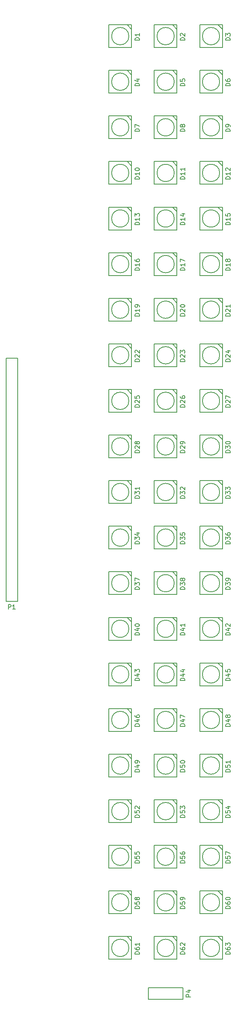
<source format=gbr>
G04 #@! TF.FileFunction,Legend,Top*
%FSLAX46Y46*%
G04 Gerber Fmt 4.6, Leading zero omitted, Abs format (unit mm)*
G04 Created by KiCad (PCBNEW 4.0.4+dfsg1-stable) date Fri Sep 30 19:59:36 2016*
%MOMM*%
%LPD*%
G01*
G04 APERTURE LIST*
%ADD10C,0.150000*%
G04 APERTURE END LIST*
D10*
X78430000Y-100030000D02*
X80970000Y-100030000D01*
X80970000Y-100030000D02*
X80970000Y-153370000D01*
X80970000Y-153370000D02*
X78430000Y-153370000D01*
X78430000Y-153370000D02*
X78430000Y-100030000D01*
X105502630Y-29400000D02*
G75*
G03X105502630Y-29400000I-1902630J0D01*
G01*
X105100000Y-26900000D02*
X106100000Y-27900000D01*
X106100000Y-31900000D02*
X106100000Y-26900000D01*
X106100000Y-26900000D02*
X101100000Y-26900000D01*
X101100000Y-26900000D02*
X101100000Y-31900000D01*
X101100000Y-31900000D02*
X106100000Y-31900000D01*
X115502630Y-29400000D02*
G75*
G03X115502630Y-29400000I-1902630J0D01*
G01*
X115100000Y-26900000D02*
X116100000Y-27900000D01*
X116100000Y-31900000D02*
X116100000Y-26900000D01*
X116100000Y-26900000D02*
X111100000Y-26900000D01*
X111100000Y-26900000D02*
X111100000Y-31900000D01*
X111100000Y-31900000D02*
X116100000Y-31900000D01*
X125502630Y-29400000D02*
G75*
G03X125502630Y-29400000I-1902630J0D01*
G01*
X125100000Y-26900000D02*
X126100000Y-27900000D01*
X126100000Y-31900000D02*
X126100000Y-26900000D01*
X126100000Y-26900000D02*
X121100000Y-26900000D01*
X121100000Y-26900000D02*
X121100000Y-31900000D01*
X121100000Y-31900000D02*
X126100000Y-31900000D01*
X105502630Y-39400000D02*
G75*
G03X105502630Y-39400000I-1902630J0D01*
G01*
X105100000Y-36900000D02*
X106100000Y-37900000D01*
X106100000Y-41900000D02*
X106100000Y-36900000D01*
X106100000Y-36900000D02*
X101100000Y-36900000D01*
X101100000Y-36900000D02*
X101100000Y-41900000D01*
X101100000Y-41900000D02*
X106100000Y-41900000D01*
X115502630Y-39400000D02*
G75*
G03X115502630Y-39400000I-1902630J0D01*
G01*
X115100000Y-36900000D02*
X116100000Y-37900000D01*
X116100000Y-41900000D02*
X116100000Y-36900000D01*
X116100000Y-36900000D02*
X111100000Y-36900000D01*
X111100000Y-36900000D02*
X111100000Y-41900000D01*
X111100000Y-41900000D02*
X116100000Y-41900000D01*
X125502630Y-39400000D02*
G75*
G03X125502630Y-39400000I-1902630J0D01*
G01*
X125100000Y-36900000D02*
X126100000Y-37900000D01*
X126100000Y-41900000D02*
X126100000Y-36900000D01*
X126100000Y-36900000D02*
X121100000Y-36900000D01*
X121100000Y-36900000D02*
X121100000Y-41900000D01*
X121100000Y-41900000D02*
X126100000Y-41900000D01*
X105502630Y-49400000D02*
G75*
G03X105502630Y-49400000I-1902630J0D01*
G01*
X105100000Y-46900000D02*
X106100000Y-47900000D01*
X106100000Y-51900000D02*
X106100000Y-46900000D01*
X106100000Y-46900000D02*
X101100000Y-46900000D01*
X101100000Y-46900000D02*
X101100000Y-51900000D01*
X101100000Y-51900000D02*
X106100000Y-51900000D01*
X115502630Y-49400000D02*
G75*
G03X115502630Y-49400000I-1902630J0D01*
G01*
X115100000Y-46900000D02*
X116100000Y-47900000D01*
X116100000Y-51900000D02*
X116100000Y-46900000D01*
X116100000Y-46900000D02*
X111100000Y-46900000D01*
X111100000Y-46900000D02*
X111100000Y-51900000D01*
X111100000Y-51900000D02*
X116100000Y-51900000D01*
X125502630Y-49400000D02*
G75*
G03X125502630Y-49400000I-1902630J0D01*
G01*
X125100000Y-46900000D02*
X126100000Y-47900000D01*
X126100000Y-51900000D02*
X126100000Y-46900000D01*
X126100000Y-46900000D02*
X121100000Y-46900000D01*
X121100000Y-46900000D02*
X121100000Y-51900000D01*
X121100000Y-51900000D02*
X126100000Y-51900000D01*
X105502630Y-59400000D02*
G75*
G03X105502630Y-59400000I-1902630J0D01*
G01*
X105100000Y-56900000D02*
X106100000Y-57900000D01*
X106100000Y-61900000D02*
X106100000Y-56900000D01*
X106100000Y-56900000D02*
X101100000Y-56900000D01*
X101100000Y-56900000D02*
X101100000Y-61900000D01*
X101100000Y-61900000D02*
X106100000Y-61900000D01*
X115502630Y-59400000D02*
G75*
G03X115502630Y-59400000I-1902630J0D01*
G01*
X115100000Y-56900000D02*
X116100000Y-57900000D01*
X116100000Y-61900000D02*
X116100000Y-56900000D01*
X116100000Y-56900000D02*
X111100000Y-56900000D01*
X111100000Y-56900000D02*
X111100000Y-61900000D01*
X111100000Y-61900000D02*
X116100000Y-61900000D01*
X125502630Y-59400000D02*
G75*
G03X125502630Y-59400000I-1902630J0D01*
G01*
X125100000Y-56900000D02*
X126100000Y-57900000D01*
X126100000Y-61900000D02*
X126100000Y-56900000D01*
X126100000Y-56900000D02*
X121100000Y-56900000D01*
X121100000Y-56900000D02*
X121100000Y-61900000D01*
X121100000Y-61900000D02*
X126100000Y-61900000D01*
X105502630Y-69400000D02*
G75*
G03X105502630Y-69400000I-1902630J0D01*
G01*
X105100000Y-66900000D02*
X106100000Y-67900000D01*
X106100000Y-71900000D02*
X106100000Y-66900000D01*
X106100000Y-66900000D02*
X101100000Y-66900000D01*
X101100000Y-66900000D02*
X101100000Y-71900000D01*
X101100000Y-71900000D02*
X106100000Y-71900000D01*
X115502630Y-69400000D02*
G75*
G03X115502630Y-69400000I-1902630J0D01*
G01*
X115100000Y-66900000D02*
X116100000Y-67900000D01*
X116100000Y-71900000D02*
X116100000Y-66900000D01*
X116100000Y-66900000D02*
X111100000Y-66900000D01*
X111100000Y-66900000D02*
X111100000Y-71900000D01*
X111100000Y-71900000D02*
X116100000Y-71900000D01*
X125502630Y-69400000D02*
G75*
G03X125502630Y-69400000I-1902630J0D01*
G01*
X125100000Y-66900000D02*
X126100000Y-67900000D01*
X126100000Y-71900000D02*
X126100000Y-66900000D01*
X126100000Y-66900000D02*
X121100000Y-66900000D01*
X121100000Y-66900000D02*
X121100000Y-71900000D01*
X121100000Y-71900000D02*
X126100000Y-71900000D01*
X105502630Y-79400000D02*
G75*
G03X105502630Y-79400000I-1902630J0D01*
G01*
X105100000Y-76900000D02*
X106100000Y-77900000D01*
X106100000Y-81900000D02*
X106100000Y-76900000D01*
X106100000Y-76900000D02*
X101100000Y-76900000D01*
X101100000Y-76900000D02*
X101100000Y-81900000D01*
X101100000Y-81900000D02*
X106100000Y-81900000D01*
X115502630Y-79400000D02*
G75*
G03X115502630Y-79400000I-1902630J0D01*
G01*
X115100000Y-76900000D02*
X116100000Y-77900000D01*
X116100000Y-81900000D02*
X116100000Y-76900000D01*
X116100000Y-76900000D02*
X111100000Y-76900000D01*
X111100000Y-76900000D02*
X111100000Y-81900000D01*
X111100000Y-81900000D02*
X116100000Y-81900000D01*
X125502630Y-79400000D02*
G75*
G03X125502630Y-79400000I-1902630J0D01*
G01*
X125100000Y-76900000D02*
X126100000Y-77900000D01*
X126100000Y-81900000D02*
X126100000Y-76900000D01*
X126100000Y-76900000D02*
X121100000Y-76900000D01*
X121100000Y-76900000D02*
X121100000Y-81900000D01*
X121100000Y-81900000D02*
X126100000Y-81900000D01*
X105502630Y-89400000D02*
G75*
G03X105502630Y-89400000I-1902630J0D01*
G01*
X105100000Y-86900000D02*
X106100000Y-87900000D01*
X106100000Y-91900000D02*
X106100000Y-86900000D01*
X106100000Y-86900000D02*
X101100000Y-86900000D01*
X101100000Y-86900000D02*
X101100000Y-91900000D01*
X101100000Y-91900000D02*
X106100000Y-91900000D01*
X115502630Y-89400000D02*
G75*
G03X115502630Y-89400000I-1902630J0D01*
G01*
X115100000Y-86900000D02*
X116100000Y-87900000D01*
X116100000Y-91900000D02*
X116100000Y-86900000D01*
X116100000Y-86900000D02*
X111100000Y-86900000D01*
X111100000Y-86900000D02*
X111100000Y-91900000D01*
X111100000Y-91900000D02*
X116100000Y-91900000D01*
X125502630Y-89400000D02*
G75*
G03X125502630Y-89400000I-1902630J0D01*
G01*
X125100000Y-86900000D02*
X126100000Y-87900000D01*
X126100000Y-91900000D02*
X126100000Y-86900000D01*
X126100000Y-86900000D02*
X121100000Y-86900000D01*
X121100000Y-86900000D02*
X121100000Y-91900000D01*
X121100000Y-91900000D02*
X126100000Y-91900000D01*
X105502630Y-99400000D02*
G75*
G03X105502630Y-99400000I-1902630J0D01*
G01*
X105100000Y-96900000D02*
X106100000Y-97900000D01*
X106100000Y-101900000D02*
X106100000Y-96900000D01*
X106100000Y-96900000D02*
X101100000Y-96900000D01*
X101100000Y-96900000D02*
X101100000Y-101900000D01*
X101100000Y-101900000D02*
X106100000Y-101900000D01*
X115502630Y-99400000D02*
G75*
G03X115502630Y-99400000I-1902630J0D01*
G01*
X115100000Y-96900000D02*
X116100000Y-97900000D01*
X116100000Y-101900000D02*
X116100000Y-96900000D01*
X116100000Y-96900000D02*
X111100000Y-96900000D01*
X111100000Y-96900000D02*
X111100000Y-101900000D01*
X111100000Y-101900000D02*
X116100000Y-101900000D01*
X125502630Y-99400000D02*
G75*
G03X125502630Y-99400000I-1902630J0D01*
G01*
X125100000Y-96900000D02*
X126100000Y-97900000D01*
X126100000Y-101900000D02*
X126100000Y-96900000D01*
X126100000Y-96900000D02*
X121100000Y-96900000D01*
X121100000Y-96900000D02*
X121100000Y-101900000D01*
X121100000Y-101900000D02*
X126100000Y-101900000D01*
X105502630Y-109400000D02*
G75*
G03X105502630Y-109400000I-1902630J0D01*
G01*
X105100000Y-106900000D02*
X106100000Y-107900000D01*
X106100000Y-111900000D02*
X106100000Y-106900000D01*
X106100000Y-106900000D02*
X101100000Y-106900000D01*
X101100000Y-106900000D02*
X101100000Y-111900000D01*
X101100000Y-111900000D02*
X106100000Y-111900000D01*
X115502630Y-109400000D02*
G75*
G03X115502630Y-109400000I-1902630J0D01*
G01*
X115100000Y-106900000D02*
X116100000Y-107900000D01*
X116100000Y-111900000D02*
X116100000Y-106900000D01*
X116100000Y-106900000D02*
X111100000Y-106900000D01*
X111100000Y-106900000D02*
X111100000Y-111900000D01*
X111100000Y-111900000D02*
X116100000Y-111900000D01*
X125502630Y-109400000D02*
G75*
G03X125502630Y-109400000I-1902630J0D01*
G01*
X125100000Y-106900000D02*
X126100000Y-107900000D01*
X126100000Y-111900000D02*
X126100000Y-106900000D01*
X126100000Y-106900000D02*
X121100000Y-106900000D01*
X121100000Y-106900000D02*
X121100000Y-111900000D01*
X121100000Y-111900000D02*
X126100000Y-111900000D01*
X105502630Y-119400000D02*
G75*
G03X105502630Y-119400000I-1902630J0D01*
G01*
X105100000Y-116900000D02*
X106100000Y-117900000D01*
X106100000Y-121900000D02*
X106100000Y-116900000D01*
X106100000Y-116900000D02*
X101100000Y-116900000D01*
X101100000Y-116900000D02*
X101100000Y-121900000D01*
X101100000Y-121900000D02*
X106100000Y-121900000D01*
X115502630Y-119400000D02*
G75*
G03X115502630Y-119400000I-1902630J0D01*
G01*
X115100000Y-116900000D02*
X116100000Y-117900000D01*
X116100000Y-121900000D02*
X116100000Y-116900000D01*
X116100000Y-116900000D02*
X111100000Y-116900000D01*
X111100000Y-116900000D02*
X111100000Y-121900000D01*
X111100000Y-121900000D02*
X116100000Y-121900000D01*
X125502630Y-119400000D02*
G75*
G03X125502630Y-119400000I-1902630J0D01*
G01*
X125100000Y-116900000D02*
X126100000Y-117900000D01*
X126100000Y-121900000D02*
X126100000Y-116900000D01*
X126100000Y-116900000D02*
X121100000Y-116900000D01*
X121100000Y-116900000D02*
X121100000Y-121900000D01*
X121100000Y-121900000D02*
X126100000Y-121900000D01*
X105502630Y-129400000D02*
G75*
G03X105502630Y-129400000I-1902630J0D01*
G01*
X105100000Y-126900000D02*
X106100000Y-127900000D01*
X106100000Y-131900000D02*
X106100000Y-126900000D01*
X106100000Y-126900000D02*
X101100000Y-126900000D01*
X101100000Y-126900000D02*
X101100000Y-131900000D01*
X101100000Y-131900000D02*
X106100000Y-131900000D01*
X115502630Y-129400000D02*
G75*
G03X115502630Y-129400000I-1902630J0D01*
G01*
X115100000Y-126900000D02*
X116100000Y-127900000D01*
X116100000Y-131900000D02*
X116100000Y-126900000D01*
X116100000Y-126900000D02*
X111100000Y-126900000D01*
X111100000Y-126900000D02*
X111100000Y-131900000D01*
X111100000Y-131900000D02*
X116100000Y-131900000D01*
X125502630Y-129400000D02*
G75*
G03X125502630Y-129400000I-1902630J0D01*
G01*
X125100000Y-126900000D02*
X126100000Y-127900000D01*
X126100000Y-131900000D02*
X126100000Y-126900000D01*
X126100000Y-126900000D02*
X121100000Y-126900000D01*
X121100000Y-126900000D02*
X121100000Y-131900000D01*
X121100000Y-131900000D02*
X126100000Y-131900000D01*
X105502630Y-139400000D02*
G75*
G03X105502630Y-139400000I-1902630J0D01*
G01*
X105100000Y-136900000D02*
X106100000Y-137900000D01*
X106100000Y-141900000D02*
X106100000Y-136900000D01*
X106100000Y-136900000D02*
X101100000Y-136900000D01*
X101100000Y-136900000D02*
X101100000Y-141900000D01*
X101100000Y-141900000D02*
X106100000Y-141900000D01*
X115502630Y-139400000D02*
G75*
G03X115502630Y-139400000I-1902630J0D01*
G01*
X115100000Y-136900000D02*
X116100000Y-137900000D01*
X116100000Y-141900000D02*
X116100000Y-136900000D01*
X116100000Y-136900000D02*
X111100000Y-136900000D01*
X111100000Y-136900000D02*
X111100000Y-141900000D01*
X111100000Y-141900000D02*
X116100000Y-141900000D01*
X125502630Y-139400000D02*
G75*
G03X125502630Y-139400000I-1902630J0D01*
G01*
X125100000Y-136900000D02*
X126100000Y-137900000D01*
X126100000Y-141900000D02*
X126100000Y-136900000D01*
X126100000Y-136900000D02*
X121100000Y-136900000D01*
X121100000Y-136900000D02*
X121100000Y-141900000D01*
X121100000Y-141900000D02*
X126100000Y-141900000D01*
X105502630Y-149400000D02*
G75*
G03X105502630Y-149400000I-1902630J0D01*
G01*
X105100000Y-146900000D02*
X106100000Y-147900000D01*
X106100000Y-151900000D02*
X106100000Y-146900000D01*
X106100000Y-146900000D02*
X101100000Y-146900000D01*
X101100000Y-146900000D02*
X101100000Y-151900000D01*
X101100000Y-151900000D02*
X106100000Y-151900000D01*
X115502630Y-149400000D02*
G75*
G03X115502630Y-149400000I-1902630J0D01*
G01*
X115100000Y-146900000D02*
X116100000Y-147900000D01*
X116100000Y-151900000D02*
X116100000Y-146900000D01*
X116100000Y-146900000D02*
X111100000Y-146900000D01*
X111100000Y-146900000D02*
X111100000Y-151900000D01*
X111100000Y-151900000D02*
X116100000Y-151900000D01*
X125502630Y-149400000D02*
G75*
G03X125502630Y-149400000I-1902630J0D01*
G01*
X125100000Y-146900000D02*
X126100000Y-147900000D01*
X126100000Y-151900000D02*
X126100000Y-146900000D01*
X126100000Y-146900000D02*
X121100000Y-146900000D01*
X121100000Y-146900000D02*
X121100000Y-151900000D01*
X121100000Y-151900000D02*
X126100000Y-151900000D01*
X105502630Y-159400000D02*
G75*
G03X105502630Y-159400000I-1902630J0D01*
G01*
X105100000Y-156900000D02*
X106100000Y-157900000D01*
X106100000Y-161900000D02*
X106100000Y-156900000D01*
X106100000Y-156900000D02*
X101100000Y-156900000D01*
X101100000Y-156900000D02*
X101100000Y-161900000D01*
X101100000Y-161900000D02*
X106100000Y-161900000D01*
X115502630Y-159400000D02*
G75*
G03X115502630Y-159400000I-1902630J0D01*
G01*
X115100000Y-156900000D02*
X116100000Y-157900000D01*
X116100000Y-161900000D02*
X116100000Y-156900000D01*
X116100000Y-156900000D02*
X111100000Y-156900000D01*
X111100000Y-156900000D02*
X111100000Y-161900000D01*
X111100000Y-161900000D02*
X116100000Y-161900000D01*
X125502630Y-159400000D02*
G75*
G03X125502630Y-159400000I-1902630J0D01*
G01*
X125100000Y-156900000D02*
X126100000Y-157900000D01*
X126100000Y-161900000D02*
X126100000Y-156900000D01*
X126100000Y-156900000D02*
X121100000Y-156900000D01*
X121100000Y-156900000D02*
X121100000Y-161900000D01*
X121100000Y-161900000D02*
X126100000Y-161900000D01*
X105502630Y-169400000D02*
G75*
G03X105502630Y-169400000I-1902630J0D01*
G01*
X105100000Y-166900000D02*
X106100000Y-167900000D01*
X106100000Y-171900000D02*
X106100000Y-166900000D01*
X106100000Y-166900000D02*
X101100000Y-166900000D01*
X101100000Y-166900000D02*
X101100000Y-171900000D01*
X101100000Y-171900000D02*
X106100000Y-171900000D01*
X115502630Y-169400000D02*
G75*
G03X115502630Y-169400000I-1902630J0D01*
G01*
X115100000Y-166900000D02*
X116100000Y-167900000D01*
X116100000Y-171900000D02*
X116100000Y-166900000D01*
X116100000Y-166900000D02*
X111100000Y-166900000D01*
X111100000Y-166900000D02*
X111100000Y-171900000D01*
X111100000Y-171900000D02*
X116100000Y-171900000D01*
X125502630Y-169400000D02*
G75*
G03X125502630Y-169400000I-1902630J0D01*
G01*
X125100000Y-166900000D02*
X126100000Y-167900000D01*
X126100000Y-171900000D02*
X126100000Y-166900000D01*
X126100000Y-166900000D02*
X121100000Y-166900000D01*
X121100000Y-166900000D02*
X121100000Y-171900000D01*
X121100000Y-171900000D02*
X126100000Y-171900000D01*
X105502630Y-179400000D02*
G75*
G03X105502630Y-179400000I-1902630J0D01*
G01*
X105100000Y-176900000D02*
X106100000Y-177900000D01*
X106100000Y-181900000D02*
X106100000Y-176900000D01*
X106100000Y-176900000D02*
X101100000Y-176900000D01*
X101100000Y-176900000D02*
X101100000Y-181900000D01*
X101100000Y-181900000D02*
X106100000Y-181900000D01*
X115502630Y-179400000D02*
G75*
G03X115502630Y-179400000I-1902630J0D01*
G01*
X115100000Y-176900000D02*
X116100000Y-177900000D01*
X116100000Y-181900000D02*
X116100000Y-176900000D01*
X116100000Y-176900000D02*
X111100000Y-176900000D01*
X111100000Y-176900000D02*
X111100000Y-181900000D01*
X111100000Y-181900000D02*
X116100000Y-181900000D01*
X125502630Y-179400000D02*
G75*
G03X125502630Y-179400000I-1902630J0D01*
G01*
X125100000Y-176900000D02*
X126100000Y-177900000D01*
X126100000Y-181900000D02*
X126100000Y-176900000D01*
X126100000Y-176900000D02*
X121100000Y-176900000D01*
X121100000Y-176900000D02*
X121100000Y-181900000D01*
X121100000Y-181900000D02*
X126100000Y-181900000D01*
X105502630Y-189400000D02*
G75*
G03X105502630Y-189400000I-1902630J0D01*
G01*
X105100000Y-186900000D02*
X106100000Y-187900000D01*
X106100000Y-191900000D02*
X106100000Y-186900000D01*
X106100000Y-186900000D02*
X101100000Y-186900000D01*
X101100000Y-186900000D02*
X101100000Y-191900000D01*
X101100000Y-191900000D02*
X106100000Y-191900000D01*
X115502630Y-189400000D02*
G75*
G03X115502630Y-189400000I-1902630J0D01*
G01*
X115100000Y-186900000D02*
X116100000Y-187900000D01*
X116100000Y-191900000D02*
X116100000Y-186900000D01*
X116100000Y-186900000D02*
X111100000Y-186900000D01*
X111100000Y-186900000D02*
X111100000Y-191900000D01*
X111100000Y-191900000D02*
X116100000Y-191900000D01*
X125502630Y-189400000D02*
G75*
G03X125502630Y-189400000I-1902630J0D01*
G01*
X125100000Y-186900000D02*
X126100000Y-187900000D01*
X126100000Y-191900000D02*
X126100000Y-186900000D01*
X126100000Y-186900000D02*
X121100000Y-186900000D01*
X121100000Y-186900000D02*
X121100000Y-191900000D01*
X121100000Y-191900000D02*
X126100000Y-191900000D01*
X105502630Y-199400000D02*
G75*
G03X105502630Y-199400000I-1902630J0D01*
G01*
X105100000Y-196900000D02*
X106100000Y-197900000D01*
X106100000Y-201900000D02*
X106100000Y-196900000D01*
X106100000Y-196900000D02*
X101100000Y-196900000D01*
X101100000Y-196900000D02*
X101100000Y-201900000D01*
X101100000Y-201900000D02*
X106100000Y-201900000D01*
X115502630Y-199400000D02*
G75*
G03X115502630Y-199400000I-1902630J0D01*
G01*
X115100000Y-196900000D02*
X116100000Y-197900000D01*
X116100000Y-201900000D02*
X116100000Y-196900000D01*
X116100000Y-196900000D02*
X111100000Y-196900000D01*
X111100000Y-196900000D02*
X111100000Y-201900000D01*
X111100000Y-201900000D02*
X116100000Y-201900000D01*
X125502630Y-199400000D02*
G75*
G03X125502630Y-199400000I-1902630J0D01*
G01*
X125100000Y-196900000D02*
X126100000Y-197900000D01*
X126100000Y-201900000D02*
X126100000Y-196900000D01*
X126100000Y-196900000D02*
X121100000Y-196900000D01*
X121100000Y-196900000D02*
X121100000Y-201900000D01*
X121100000Y-201900000D02*
X126100000Y-201900000D01*
X105502630Y-209400000D02*
G75*
G03X105502630Y-209400000I-1902630J0D01*
G01*
X105100000Y-206900000D02*
X106100000Y-207900000D01*
X106100000Y-211900000D02*
X106100000Y-206900000D01*
X106100000Y-206900000D02*
X101100000Y-206900000D01*
X101100000Y-206900000D02*
X101100000Y-211900000D01*
X101100000Y-211900000D02*
X106100000Y-211900000D01*
X115502630Y-209400000D02*
G75*
G03X115502630Y-209400000I-1902630J0D01*
G01*
X115100000Y-206900000D02*
X116100000Y-207900000D01*
X116100000Y-211900000D02*
X116100000Y-206900000D01*
X116100000Y-206900000D02*
X111100000Y-206900000D01*
X111100000Y-206900000D02*
X111100000Y-211900000D01*
X111100000Y-211900000D02*
X116100000Y-211900000D01*
X125502630Y-209400000D02*
G75*
G03X125502630Y-209400000I-1902630J0D01*
G01*
X125100000Y-206900000D02*
X126100000Y-207900000D01*
X126100000Y-211900000D02*
X126100000Y-206900000D01*
X126100000Y-206900000D02*
X121100000Y-206900000D01*
X121100000Y-206900000D02*
X121100000Y-211900000D01*
X121100000Y-211900000D02*
X126100000Y-211900000D01*
X105502630Y-219400000D02*
G75*
G03X105502630Y-219400000I-1902630J0D01*
G01*
X105100000Y-216900000D02*
X106100000Y-217900000D01*
X106100000Y-221900000D02*
X106100000Y-216900000D01*
X106100000Y-216900000D02*
X101100000Y-216900000D01*
X101100000Y-216900000D02*
X101100000Y-221900000D01*
X101100000Y-221900000D02*
X106100000Y-221900000D01*
X115502630Y-219400000D02*
G75*
G03X115502630Y-219400000I-1902630J0D01*
G01*
X115100000Y-216900000D02*
X116100000Y-217900000D01*
X116100000Y-221900000D02*
X116100000Y-216900000D01*
X116100000Y-216900000D02*
X111100000Y-216900000D01*
X111100000Y-216900000D02*
X111100000Y-221900000D01*
X111100000Y-221900000D02*
X116100000Y-221900000D01*
X125502630Y-219400000D02*
G75*
G03X125502630Y-219400000I-1902630J0D01*
G01*
X125100000Y-216900000D02*
X126100000Y-217900000D01*
X126100000Y-221900000D02*
X126100000Y-216900000D01*
X126100000Y-216900000D02*
X121100000Y-216900000D01*
X121100000Y-216900000D02*
X121100000Y-221900000D01*
X121100000Y-221900000D02*
X126100000Y-221900000D01*
X105502630Y-229400000D02*
G75*
G03X105502630Y-229400000I-1902630J0D01*
G01*
X105100000Y-226900000D02*
X106100000Y-227900000D01*
X106100000Y-231900000D02*
X106100000Y-226900000D01*
X106100000Y-226900000D02*
X101100000Y-226900000D01*
X101100000Y-226900000D02*
X101100000Y-231900000D01*
X101100000Y-231900000D02*
X106100000Y-231900000D01*
X115502630Y-229400000D02*
G75*
G03X115502630Y-229400000I-1902630J0D01*
G01*
X115100000Y-226900000D02*
X116100000Y-227900000D01*
X116100000Y-231900000D02*
X116100000Y-226900000D01*
X116100000Y-226900000D02*
X111100000Y-226900000D01*
X111100000Y-226900000D02*
X111100000Y-231900000D01*
X111100000Y-231900000D02*
X116100000Y-231900000D01*
X125502630Y-229400000D02*
G75*
G03X125502630Y-229400000I-1902630J0D01*
G01*
X125100000Y-226900000D02*
X126100000Y-227900000D01*
X126100000Y-231900000D02*
X126100000Y-226900000D01*
X126100000Y-226900000D02*
X121100000Y-226900000D01*
X121100000Y-226900000D02*
X121100000Y-231900000D01*
X121100000Y-231900000D02*
X126100000Y-231900000D01*
X109790000Y-240670000D02*
X109790000Y-238130000D01*
X109790000Y-238130000D02*
X117410000Y-238130000D01*
X117410000Y-238130000D02*
X117410000Y-240670000D01*
X117410000Y-240670000D02*
X109790000Y-240670000D01*
X78961905Y-155092381D02*
X78961905Y-154092381D01*
X79342858Y-154092381D01*
X79438096Y-154140000D01*
X79485715Y-154187619D01*
X79533334Y-154282857D01*
X79533334Y-154425714D01*
X79485715Y-154520952D01*
X79438096Y-154568571D01*
X79342858Y-154616190D01*
X78961905Y-154616190D01*
X80485715Y-155092381D02*
X79914286Y-155092381D01*
X80200000Y-155092381D02*
X80200000Y-154092381D01*
X80104762Y-154235238D01*
X80009524Y-154330476D01*
X79914286Y-154378095D01*
X107830381Y-30298095D02*
X106830381Y-30298095D01*
X106830381Y-30060000D01*
X106878000Y-29917142D01*
X106973238Y-29821904D01*
X107068476Y-29774285D01*
X107258952Y-29726666D01*
X107401810Y-29726666D01*
X107592286Y-29774285D01*
X107687524Y-29821904D01*
X107782762Y-29917142D01*
X107830381Y-30060000D01*
X107830381Y-30298095D01*
X107830381Y-28774285D02*
X107830381Y-29345714D01*
X107830381Y-29060000D02*
X106830381Y-29060000D01*
X106973238Y-29155238D01*
X107068476Y-29250476D01*
X107116095Y-29345714D01*
X117830381Y-30298095D02*
X116830381Y-30298095D01*
X116830381Y-30060000D01*
X116878000Y-29917142D01*
X116973238Y-29821904D01*
X117068476Y-29774285D01*
X117258952Y-29726666D01*
X117401810Y-29726666D01*
X117592286Y-29774285D01*
X117687524Y-29821904D01*
X117782762Y-29917142D01*
X117830381Y-30060000D01*
X117830381Y-30298095D01*
X116925619Y-29345714D02*
X116878000Y-29298095D01*
X116830381Y-29202857D01*
X116830381Y-28964761D01*
X116878000Y-28869523D01*
X116925619Y-28821904D01*
X117020857Y-28774285D01*
X117116095Y-28774285D01*
X117258952Y-28821904D01*
X117830381Y-29393333D01*
X117830381Y-28774285D01*
X127830381Y-30298095D02*
X126830381Y-30298095D01*
X126830381Y-30060000D01*
X126878000Y-29917142D01*
X126973238Y-29821904D01*
X127068476Y-29774285D01*
X127258952Y-29726666D01*
X127401810Y-29726666D01*
X127592286Y-29774285D01*
X127687524Y-29821904D01*
X127782762Y-29917142D01*
X127830381Y-30060000D01*
X127830381Y-30298095D01*
X126830381Y-29393333D02*
X126830381Y-28774285D01*
X127211333Y-29107619D01*
X127211333Y-28964761D01*
X127258952Y-28869523D01*
X127306571Y-28821904D01*
X127401810Y-28774285D01*
X127639905Y-28774285D01*
X127735143Y-28821904D01*
X127782762Y-28869523D01*
X127830381Y-28964761D01*
X127830381Y-29250476D01*
X127782762Y-29345714D01*
X127735143Y-29393333D01*
X107830381Y-40298095D02*
X106830381Y-40298095D01*
X106830381Y-40060000D01*
X106878000Y-39917142D01*
X106973238Y-39821904D01*
X107068476Y-39774285D01*
X107258952Y-39726666D01*
X107401810Y-39726666D01*
X107592286Y-39774285D01*
X107687524Y-39821904D01*
X107782762Y-39917142D01*
X107830381Y-40060000D01*
X107830381Y-40298095D01*
X107163714Y-38869523D02*
X107830381Y-38869523D01*
X106782762Y-39107619D02*
X107497048Y-39345714D01*
X107497048Y-38726666D01*
X117830381Y-40298095D02*
X116830381Y-40298095D01*
X116830381Y-40060000D01*
X116878000Y-39917142D01*
X116973238Y-39821904D01*
X117068476Y-39774285D01*
X117258952Y-39726666D01*
X117401810Y-39726666D01*
X117592286Y-39774285D01*
X117687524Y-39821904D01*
X117782762Y-39917142D01*
X117830381Y-40060000D01*
X117830381Y-40298095D01*
X116830381Y-38821904D02*
X116830381Y-39298095D01*
X117306571Y-39345714D01*
X117258952Y-39298095D01*
X117211333Y-39202857D01*
X117211333Y-38964761D01*
X117258952Y-38869523D01*
X117306571Y-38821904D01*
X117401810Y-38774285D01*
X117639905Y-38774285D01*
X117735143Y-38821904D01*
X117782762Y-38869523D01*
X117830381Y-38964761D01*
X117830381Y-39202857D01*
X117782762Y-39298095D01*
X117735143Y-39345714D01*
X127830381Y-40298095D02*
X126830381Y-40298095D01*
X126830381Y-40060000D01*
X126878000Y-39917142D01*
X126973238Y-39821904D01*
X127068476Y-39774285D01*
X127258952Y-39726666D01*
X127401810Y-39726666D01*
X127592286Y-39774285D01*
X127687524Y-39821904D01*
X127782762Y-39917142D01*
X127830381Y-40060000D01*
X127830381Y-40298095D01*
X126830381Y-38869523D02*
X126830381Y-39060000D01*
X126878000Y-39155238D01*
X126925619Y-39202857D01*
X127068476Y-39298095D01*
X127258952Y-39345714D01*
X127639905Y-39345714D01*
X127735143Y-39298095D01*
X127782762Y-39250476D01*
X127830381Y-39155238D01*
X127830381Y-38964761D01*
X127782762Y-38869523D01*
X127735143Y-38821904D01*
X127639905Y-38774285D01*
X127401810Y-38774285D01*
X127306571Y-38821904D01*
X127258952Y-38869523D01*
X127211333Y-38964761D01*
X127211333Y-39155238D01*
X127258952Y-39250476D01*
X127306571Y-39298095D01*
X127401810Y-39345714D01*
X107830381Y-50298095D02*
X106830381Y-50298095D01*
X106830381Y-50060000D01*
X106878000Y-49917142D01*
X106973238Y-49821904D01*
X107068476Y-49774285D01*
X107258952Y-49726666D01*
X107401810Y-49726666D01*
X107592286Y-49774285D01*
X107687524Y-49821904D01*
X107782762Y-49917142D01*
X107830381Y-50060000D01*
X107830381Y-50298095D01*
X106830381Y-49393333D02*
X106830381Y-48726666D01*
X107830381Y-49155238D01*
X117830381Y-50298095D02*
X116830381Y-50298095D01*
X116830381Y-50060000D01*
X116878000Y-49917142D01*
X116973238Y-49821904D01*
X117068476Y-49774285D01*
X117258952Y-49726666D01*
X117401810Y-49726666D01*
X117592286Y-49774285D01*
X117687524Y-49821904D01*
X117782762Y-49917142D01*
X117830381Y-50060000D01*
X117830381Y-50298095D01*
X117258952Y-49155238D02*
X117211333Y-49250476D01*
X117163714Y-49298095D01*
X117068476Y-49345714D01*
X117020857Y-49345714D01*
X116925619Y-49298095D01*
X116878000Y-49250476D01*
X116830381Y-49155238D01*
X116830381Y-48964761D01*
X116878000Y-48869523D01*
X116925619Y-48821904D01*
X117020857Y-48774285D01*
X117068476Y-48774285D01*
X117163714Y-48821904D01*
X117211333Y-48869523D01*
X117258952Y-48964761D01*
X117258952Y-49155238D01*
X117306571Y-49250476D01*
X117354190Y-49298095D01*
X117449429Y-49345714D01*
X117639905Y-49345714D01*
X117735143Y-49298095D01*
X117782762Y-49250476D01*
X117830381Y-49155238D01*
X117830381Y-48964761D01*
X117782762Y-48869523D01*
X117735143Y-48821904D01*
X117639905Y-48774285D01*
X117449429Y-48774285D01*
X117354190Y-48821904D01*
X117306571Y-48869523D01*
X117258952Y-48964761D01*
X127830381Y-50298095D02*
X126830381Y-50298095D01*
X126830381Y-50060000D01*
X126878000Y-49917142D01*
X126973238Y-49821904D01*
X127068476Y-49774285D01*
X127258952Y-49726666D01*
X127401810Y-49726666D01*
X127592286Y-49774285D01*
X127687524Y-49821904D01*
X127782762Y-49917142D01*
X127830381Y-50060000D01*
X127830381Y-50298095D01*
X127830381Y-49250476D02*
X127830381Y-49060000D01*
X127782762Y-48964761D01*
X127735143Y-48917142D01*
X127592286Y-48821904D01*
X127401810Y-48774285D01*
X127020857Y-48774285D01*
X126925619Y-48821904D01*
X126878000Y-48869523D01*
X126830381Y-48964761D01*
X126830381Y-49155238D01*
X126878000Y-49250476D01*
X126925619Y-49298095D01*
X127020857Y-49345714D01*
X127258952Y-49345714D01*
X127354190Y-49298095D01*
X127401810Y-49250476D01*
X127449429Y-49155238D01*
X127449429Y-48964761D01*
X127401810Y-48869523D01*
X127354190Y-48821904D01*
X127258952Y-48774285D01*
X107830381Y-60774286D02*
X106830381Y-60774286D01*
X106830381Y-60536191D01*
X106878000Y-60393333D01*
X106973238Y-60298095D01*
X107068476Y-60250476D01*
X107258952Y-60202857D01*
X107401810Y-60202857D01*
X107592286Y-60250476D01*
X107687524Y-60298095D01*
X107782762Y-60393333D01*
X107830381Y-60536191D01*
X107830381Y-60774286D01*
X107830381Y-59250476D02*
X107830381Y-59821905D01*
X107830381Y-59536191D02*
X106830381Y-59536191D01*
X106973238Y-59631429D01*
X107068476Y-59726667D01*
X107116095Y-59821905D01*
X106830381Y-58631429D02*
X106830381Y-58536190D01*
X106878000Y-58440952D01*
X106925619Y-58393333D01*
X107020857Y-58345714D01*
X107211333Y-58298095D01*
X107449429Y-58298095D01*
X107639905Y-58345714D01*
X107735143Y-58393333D01*
X107782762Y-58440952D01*
X107830381Y-58536190D01*
X107830381Y-58631429D01*
X107782762Y-58726667D01*
X107735143Y-58774286D01*
X107639905Y-58821905D01*
X107449429Y-58869524D01*
X107211333Y-58869524D01*
X107020857Y-58821905D01*
X106925619Y-58774286D01*
X106878000Y-58726667D01*
X106830381Y-58631429D01*
X117830381Y-60774286D02*
X116830381Y-60774286D01*
X116830381Y-60536191D01*
X116878000Y-60393333D01*
X116973238Y-60298095D01*
X117068476Y-60250476D01*
X117258952Y-60202857D01*
X117401810Y-60202857D01*
X117592286Y-60250476D01*
X117687524Y-60298095D01*
X117782762Y-60393333D01*
X117830381Y-60536191D01*
X117830381Y-60774286D01*
X117830381Y-59250476D02*
X117830381Y-59821905D01*
X117830381Y-59536191D02*
X116830381Y-59536191D01*
X116973238Y-59631429D01*
X117068476Y-59726667D01*
X117116095Y-59821905D01*
X117830381Y-58298095D02*
X117830381Y-58869524D01*
X117830381Y-58583810D02*
X116830381Y-58583810D01*
X116973238Y-58679048D01*
X117068476Y-58774286D01*
X117116095Y-58869524D01*
X127830381Y-60774286D02*
X126830381Y-60774286D01*
X126830381Y-60536191D01*
X126878000Y-60393333D01*
X126973238Y-60298095D01*
X127068476Y-60250476D01*
X127258952Y-60202857D01*
X127401810Y-60202857D01*
X127592286Y-60250476D01*
X127687524Y-60298095D01*
X127782762Y-60393333D01*
X127830381Y-60536191D01*
X127830381Y-60774286D01*
X127830381Y-59250476D02*
X127830381Y-59821905D01*
X127830381Y-59536191D02*
X126830381Y-59536191D01*
X126973238Y-59631429D01*
X127068476Y-59726667D01*
X127116095Y-59821905D01*
X126925619Y-58869524D02*
X126878000Y-58821905D01*
X126830381Y-58726667D01*
X126830381Y-58488571D01*
X126878000Y-58393333D01*
X126925619Y-58345714D01*
X127020857Y-58298095D01*
X127116095Y-58298095D01*
X127258952Y-58345714D01*
X127830381Y-58917143D01*
X127830381Y-58298095D01*
X107830381Y-70774286D02*
X106830381Y-70774286D01*
X106830381Y-70536191D01*
X106878000Y-70393333D01*
X106973238Y-70298095D01*
X107068476Y-70250476D01*
X107258952Y-70202857D01*
X107401810Y-70202857D01*
X107592286Y-70250476D01*
X107687524Y-70298095D01*
X107782762Y-70393333D01*
X107830381Y-70536191D01*
X107830381Y-70774286D01*
X107830381Y-69250476D02*
X107830381Y-69821905D01*
X107830381Y-69536191D02*
X106830381Y-69536191D01*
X106973238Y-69631429D01*
X107068476Y-69726667D01*
X107116095Y-69821905D01*
X106830381Y-68917143D02*
X106830381Y-68298095D01*
X107211333Y-68631429D01*
X107211333Y-68488571D01*
X107258952Y-68393333D01*
X107306571Y-68345714D01*
X107401810Y-68298095D01*
X107639905Y-68298095D01*
X107735143Y-68345714D01*
X107782762Y-68393333D01*
X107830381Y-68488571D01*
X107830381Y-68774286D01*
X107782762Y-68869524D01*
X107735143Y-68917143D01*
X117830381Y-70774286D02*
X116830381Y-70774286D01*
X116830381Y-70536191D01*
X116878000Y-70393333D01*
X116973238Y-70298095D01*
X117068476Y-70250476D01*
X117258952Y-70202857D01*
X117401810Y-70202857D01*
X117592286Y-70250476D01*
X117687524Y-70298095D01*
X117782762Y-70393333D01*
X117830381Y-70536191D01*
X117830381Y-70774286D01*
X117830381Y-69250476D02*
X117830381Y-69821905D01*
X117830381Y-69536191D02*
X116830381Y-69536191D01*
X116973238Y-69631429D01*
X117068476Y-69726667D01*
X117116095Y-69821905D01*
X117163714Y-68393333D02*
X117830381Y-68393333D01*
X116782762Y-68631429D02*
X117497048Y-68869524D01*
X117497048Y-68250476D01*
X127830381Y-70774286D02*
X126830381Y-70774286D01*
X126830381Y-70536191D01*
X126878000Y-70393333D01*
X126973238Y-70298095D01*
X127068476Y-70250476D01*
X127258952Y-70202857D01*
X127401810Y-70202857D01*
X127592286Y-70250476D01*
X127687524Y-70298095D01*
X127782762Y-70393333D01*
X127830381Y-70536191D01*
X127830381Y-70774286D01*
X127830381Y-69250476D02*
X127830381Y-69821905D01*
X127830381Y-69536191D02*
X126830381Y-69536191D01*
X126973238Y-69631429D01*
X127068476Y-69726667D01*
X127116095Y-69821905D01*
X126830381Y-68345714D02*
X126830381Y-68821905D01*
X127306571Y-68869524D01*
X127258952Y-68821905D01*
X127211333Y-68726667D01*
X127211333Y-68488571D01*
X127258952Y-68393333D01*
X127306571Y-68345714D01*
X127401810Y-68298095D01*
X127639905Y-68298095D01*
X127735143Y-68345714D01*
X127782762Y-68393333D01*
X127830381Y-68488571D01*
X127830381Y-68726667D01*
X127782762Y-68821905D01*
X127735143Y-68869524D01*
X107830381Y-80774286D02*
X106830381Y-80774286D01*
X106830381Y-80536191D01*
X106878000Y-80393333D01*
X106973238Y-80298095D01*
X107068476Y-80250476D01*
X107258952Y-80202857D01*
X107401810Y-80202857D01*
X107592286Y-80250476D01*
X107687524Y-80298095D01*
X107782762Y-80393333D01*
X107830381Y-80536191D01*
X107830381Y-80774286D01*
X107830381Y-79250476D02*
X107830381Y-79821905D01*
X107830381Y-79536191D02*
X106830381Y-79536191D01*
X106973238Y-79631429D01*
X107068476Y-79726667D01*
X107116095Y-79821905D01*
X106830381Y-78393333D02*
X106830381Y-78583810D01*
X106878000Y-78679048D01*
X106925619Y-78726667D01*
X107068476Y-78821905D01*
X107258952Y-78869524D01*
X107639905Y-78869524D01*
X107735143Y-78821905D01*
X107782762Y-78774286D01*
X107830381Y-78679048D01*
X107830381Y-78488571D01*
X107782762Y-78393333D01*
X107735143Y-78345714D01*
X107639905Y-78298095D01*
X107401810Y-78298095D01*
X107306571Y-78345714D01*
X107258952Y-78393333D01*
X107211333Y-78488571D01*
X107211333Y-78679048D01*
X107258952Y-78774286D01*
X107306571Y-78821905D01*
X107401810Y-78869524D01*
X117830381Y-80774286D02*
X116830381Y-80774286D01*
X116830381Y-80536191D01*
X116878000Y-80393333D01*
X116973238Y-80298095D01*
X117068476Y-80250476D01*
X117258952Y-80202857D01*
X117401810Y-80202857D01*
X117592286Y-80250476D01*
X117687524Y-80298095D01*
X117782762Y-80393333D01*
X117830381Y-80536191D01*
X117830381Y-80774286D01*
X117830381Y-79250476D02*
X117830381Y-79821905D01*
X117830381Y-79536191D02*
X116830381Y-79536191D01*
X116973238Y-79631429D01*
X117068476Y-79726667D01*
X117116095Y-79821905D01*
X116830381Y-78917143D02*
X116830381Y-78250476D01*
X117830381Y-78679048D01*
X127830381Y-80774286D02*
X126830381Y-80774286D01*
X126830381Y-80536191D01*
X126878000Y-80393333D01*
X126973238Y-80298095D01*
X127068476Y-80250476D01*
X127258952Y-80202857D01*
X127401810Y-80202857D01*
X127592286Y-80250476D01*
X127687524Y-80298095D01*
X127782762Y-80393333D01*
X127830381Y-80536191D01*
X127830381Y-80774286D01*
X127830381Y-79250476D02*
X127830381Y-79821905D01*
X127830381Y-79536191D02*
X126830381Y-79536191D01*
X126973238Y-79631429D01*
X127068476Y-79726667D01*
X127116095Y-79821905D01*
X127258952Y-78679048D02*
X127211333Y-78774286D01*
X127163714Y-78821905D01*
X127068476Y-78869524D01*
X127020857Y-78869524D01*
X126925619Y-78821905D01*
X126878000Y-78774286D01*
X126830381Y-78679048D01*
X126830381Y-78488571D01*
X126878000Y-78393333D01*
X126925619Y-78345714D01*
X127020857Y-78298095D01*
X127068476Y-78298095D01*
X127163714Y-78345714D01*
X127211333Y-78393333D01*
X127258952Y-78488571D01*
X127258952Y-78679048D01*
X127306571Y-78774286D01*
X127354190Y-78821905D01*
X127449429Y-78869524D01*
X127639905Y-78869524D01*
X127735143Y-78821905D01*
X127782762Y-78774286D01*
X127830381Y-78679048D01*
X127830381Y-78488571D01*
X127782762Y-78393333D01*
X127735143Y-78345714D01*
X127639905Y-78298095D01*
X127449429Y-78298095D01*
X127354190Y-78345714D01*
X127306571Y-78393333D01*
X127258952Y-78488571D01*
X107830381Y-90774286D02*
X106830381Y-90774286D01*
X106830381Y-90536191D01*
X106878000Y-90393333D01*
X106973238Y-90298095D01*
X107068476Y-90250476D01*
X107258952Y-90202857D01*
X107401810Y-90202857D01*
X107592286Y-90250476D01*
X107687524Y-90298095D01*
X107782762Y-90393333D01*
X107830381Y-90536191D01*
X107830381Y-90774286D01*
X107830381Y-89250476D02*
X107830381Y-89821905D01*
X107830381Y-89536191D02*
X106830381Y-89536191D01*
X106973238Y-89631429D01*
X107068476Y-89726667D01*
X107116095Y-89821905D01*
X107830381Y-88774286D02*
X107830381Y-88583810D01*
X107782762Y-88488571D01*
X107735143Y-88440952D01*
X107592286Y-88345714D01*
X107401810Y-88298095D01*
X107020857Y-88298095D01*
X106925619Y-88345714D01*
X106878000Y-88393333D01*
X106830381Y-88488571D01*
X106830381Y-88679048D01*
X106878000Y-88774286D01*
X106925619Y-88821905D01*
X107020857Y-88869524D01*
X107258952Y-88869524D01*
X107354190Y-88821905D01*
X107401810Y-88774286D01*
X107449429Y-88679048D01*
X107449429Y-88488571D01*
X107401810Y-88393333D01*
X107354190Y-88345714D01*
X107258952Y-88298095D01*
X117830381Y-90774286D02*
X116830381Y-90774286D01*
X116830381Y-90536191D01*
X116878000Y-90393333D01*
X116973238Y-90298095D01*
X117068476Y-90250476D01*
X117258952Y-90202857D01*
X117401810Y-90202857D01*
X117592286Y-90250476D01*
X117687524Y-90298095D01*
X117782762Y-90393333D01*
X117830381Y-90536191D01*
X117830381Y-90774286D01*
X116925619Y-89821905D02*
X116878000Y-89774286D01*
X116830381Y-89679048D01*
X116830381Y-89440952D01*
X116878000Y-89345714D01*
X116925619Y-89298095D01*
X117020857Y-89250476D01*
X117116095Y-89250476D01*
X117258952Y-89298095D01*
X117830381Y-89869524D01*
X117830381Y-89250476D01*
X116830381Y-88631429D02*
X116830381Y-88536190D01*
X116878000Y-88440952D01*
X116925619Y-88393333D01*
X117020857Y-88345714D01*
X117211333Y-88298095D01*
X117449429Y-88298095D01*
X117639905Y-88345714D01*
X117735143Y-88393333D01*
X117782762Y-88440952D01*
X117830381Y-88536190D01*
X117830381Y-88631429D01*
X117782762Y-88726667D01*
X117735143Y-88774286D01*
X117639905Y-88821905D01*
X117449429Y-88869524D01*
X117211333Y-88869524D01*
X117020857Y-88821905D01*
X116925619Y-88774286D01*
X116878000Y-88726667D01*
X116830381Y-88631429D01*
X127830381Y-90774286D02*
X126830381Y-90774286D01*
X126830381Y-90536191D01*
X126878000Y-90393333D01*
X126973238Y-90298095D01*
X127068476Y-90250476D01*
X127258952Y-90202857D01*
X127401810Y-90202857D01*
X127592286Y-90250476D01*
X127687524Y-90298095D01*
X127782762Y-90393333D01*
X127830381Y-90536191D01*
X127830381Y-90774286D01*
X126925619Y-89821905D02*
X126878000Y-89774286D01*
X126830381Y-89679048D01*
X126830381Y-89440952D01*
X126878000Y-89345714D01*
X126925619Y-89298095D01*
X127020857Y-89250476D01*
X127116095Y-89250476D01*
X127258952Y-89298095D01*
X127830381Y-89869524D01*
X127830381Y-89250476D01*
X127830381Y-88298095D02*
X127830381Y-88869524D01*
X127830381Y-88583810D02*
X126830381Y-88583810D01*
X126973238Y-88679048D01*
X127068476Y-88774286D01*
X127116095Y-88869524D01*
X107830381Y-100774286D02*
X106830381Y-100774286D01*
X106830381Y-100536191D01*
X106878000Y-100393333D01*
X106973238Y-100298095D01*
X107068476Y-100250476D01*
X107258952Y-100202857D01*
X107401810Y-100202857D01*
X107592286Y-100250476D01*
X107687524Y-100298095D01*
X107782762Y-100393333D01*
X107830381Y-100536191D01*
X107830381Y-100774286D01*
X106925619Y-99821905D02*
X106878000Y-99774286D01*
X106830381Y-99679048D01*
X106830381Y-99440952D01*
X106878000Y-99345714D01*
X106925619Y-99298095D01*
X107020857Y-99250476D01*
X107116095Y-99250476D01*
X107258952Y-99298095D01*
X107830381Y-99869524D01*
X107830381Y-99250476D01*
X106925619Y-98869524D02*
X106878000Y-98821905D01*
X106830381Y-98726667D01*
X106830381Y-98488571D01*
X106878000Y-98393333D01*
X106925619Y-98345714D01*
X107020857Y-98298095D01*
X107116095Y-98298095D01*
X107258952Y-98345714D01*
X107830381Y-98917143D01*
X107830381Y-98298095D01*
X117830381Y-100774286D02*
X116830381Y-100774286D01*
X116830381Y-100536191D01*
X116878000Y-100393333D01*
X116973238Y-100298095D01*
X117068476Y-100250476D01*
X117258952Y-100202857D01*
X117401810Y-100202857D01*
X117592286Y-100250476D01*
X117687524Y-100298095D01*
X117782762Y-100393333D01*
X117830381Y-100536191D01*
X117830381Y-100774286D01*
X116925619Y-99821905D02*
X116878000Y-99774286D01*
X116830381Y-99679048D01*
X116830381Y-99440952D01*
X116878000Y-99345714D01*
X116925619Y-99298095D01*
X117020857Y-99250476D01*
X117116095Y-99250476D01*
X117258952Y-99298095D01*
X117830381Y-99869524D01*
X117830381Y-99250476D01*
X116830381Y-98917143D02*
X116830381Y-98298095D01*
X117211333Y-98631429D01*
X117211333Y-98488571D01*
X117258952Y-98393333D01*
X117306571Y-98345714D01*
X117401810Y-98298095D01*
X117639905Y-98298095D01*
X117735143Y-98345714D01*
X117782762Y-98393333D01*
X117830381Y-98488571D01*
X117830381Y-98774286D01*
X117782762Y-98869524D01*
X117735143Y-98917143D01*
X127830381Y-100774286D02*
X126830381Y-100774286D01*
X126830381Y-100536191D01*
X126878000Y-100393333D01*
X126973238Y-100298095D01*
X127068476Y-100250476D01*
X127258952Y-100202857D01*
X127401810Y-100202857D01*
X127592286Y-100250476D01*
X127687524Y-100298095D01*
X127782762Y-100393333D01*
X127830381Y-100536191D01*
X127830381Y-100774286D01*
X126925619Y-99821905D02*
X126878000Y-99774286D01*
X126830381Y-99679048D01*
X126830381Y-99440952D01*
X126878000Y-99345714D01*
X126925619Y-99298095D01*
X127020857Y-99250476D01*
X127116095Y-99250476D01*
X127258952Y-99298095D01*
X127830381Y-99869524D01*
X127830381Y-99250476D01*
X127163714Y-98393333D02*
X127830381Y-98393333D01*
X126782762Y-98631429D02*
X127497048Y-98869524D01*
X127497048Y-98250476D01*
X107830381Y-110774286D02*
X106830381Y-110774286D01*
X106830381Y-110536191D01*
X106878000Y-110393333D01*
X106973238Y-110298095D01*
X107068476Y-110250476D01*
X107258952Y-110202857D01*
X107401810Y-110202857D01*
X107592286Y-110250476D01*
X107687524Y-110298095D01*
X107782762Y-110393333D01*
X107830381Y-110536191D01*
X107830381Y-110774286D01*
X106925619Y-109821905D02*
X106878000Y-109774286D01*
X106830381Y-109679048D01*
X106830381Y-109440952D01*
X106878000Y-109345714D01*
X106925619Y-109298095D01*
X107020857Y-109250476D01*
X107116095Y-109250476D01*
X107258952Y-109298095D01*
X107830381Y-109869524D01*
X107830381Y-109250476D01*
X106830381Y-108345714D02*
X106830381Y-108821905D01*
X107306571Y-108869524D01*
X107258952Y-108821905D01*
X107211333Y-108726667D01*
X107211333Y-108488571D01*
X107258952Y-108393333D01*
X107306571Y-108345714D01*
X107401810Y-108298095D01*
X107639905Y-108298095D01*
X107735143Y-108345714D01*
X107782762Y-108393333D01*
X107830381Y-108488571D01*
X107830381Y-108726667D01*
X107782762Y-108821905D01*
X107735143Y-108869524D01*
X117830381Y-110774286D02*
X116830381Y-110774286D01*
X116830381Y-110536191D01*
X116878000Y-110393333D01*
X116973238Y-110298095D01*
X117068476Y-110250476D01*
X117258952Y-110202857D01*
X117401810Y-110202857D01*
X117592286Y-110250476D01*
X117687524Y-110298095D01*
X117782762Y-110393333D01*
X117830381Y-110536191D01*
X117830381Y-110774286D01*
X116925619Y-109821905D02*
X116878000Y-109774286D01*
X116830381Y-109679048D01*
X116830381Y-109440952D01*
X116878000Y-109345714D01*
X116925619Y-109298095D01*
X117020857Y-109250476D01*
X117116095Y-109250476D01*
X117258952Y-109298095D01*
X117830381Y-109869524D01*
X117830381Y-109250476D01*
X116830381Y-108393333D02*
X116830381Y-108583810D01*
X116878000Y-108679048D01*
X116925619Y-108726667D01*
X117068476Y-108821905D01*
X117258952Y-108869524D01*
X117639905Y-108869524D01*
X117735143Y-108821905D01*
X117782762Y-108774286D01*
X117830381Y-108679048D01*
X117830381Y-108488571D01*
X117782762Y-108393333D01*
X117735143Y-108345714D01*
X117639905Y-108298095D01*
X117401810Y-108298095D01*
X117306571Y-108345714D01*
X117258952Y-108393333D01*
X117211333Y-108488571D01*
X117211333Y-108679048D01*
X117258952Y-108774286D01*
X117306571Y-108821905D01*
X117401810Y-108869524D01*
X127830381Y-110774286D02*
X126830381Y-110774286D01*
X126830381Y-110536191D01*
X126878000Y-110393333D01*
X126973238Y-110298095D01*
X127068476Y-110250476D01*
X127258952Y-110202857D01*
X127401810Y-110202857D01*
X127592286Y-110250476D01*
X127687524Y-110298095D01*
X127782762Y-110393333D01*
X127830381Y-110536191D01*
X127830381Y-110774286D01*
X126925619Y-109821905D02*
X126878000Y-109774286D01*
X126830381Y-109679048D01*
X126830381Y-109440952D01*
X126878000Y-109345714D01*
X126925619Y-109298095D01*
X127020857Y-109250476D01*
X127116095Y-109250476D01*
X127258952Y-109298095D01*
X127830381Y-109869524D01*
X127830381Y-109250476D01*
X126830381Y-108917143D02*
X126830381Y-108250476D01*
X127830381Y-108679048D01*
X107830381Y-120774286D02*
X106830381Y-120774286D01*
X106830381Y-120536191D01*
X106878000Y-120393333D01*
X106973238Y-120298095D01*
X107068476Y-120250476D01*
X107258952Y-120202857D01*
X107401810Y-120202857D01*
X107592286Y-120250476D01*
X107687524Y-120298095D01*
X107782762Y-120393333D01*
X107830381Y-120536191D01*
X107830381Y-120774286D01*
X106925619Y-119821905D02*
X106878000Y-119774286D01*
X106830381Y-119679048D01*
X106830381Y-119440952D01*
X106878000Y-119345714D01*
X106925619Y-119298095D01*
X107020857Y-119250476D01*
X107116095Y-119250476D01*
X107258952Y-119298095D01*
X107830381Y-119869524D01*
X107830381Y-119250476D01*
X107258952Y-118679048D02*
X107211333Y-118774286D01*
X107163714Y-118821905D01*
X107068476Y-118869524D01*
X107020857Y-118869524D01*
X106925619Y-118821905D01*
X106878000Y-118774286D01*
X106830381Y-118679048D01*
X106830381Y-118488571D01*
X106878000Y-118393333D01*
X106925619Y-118345714D01*
X107020857Y-118298095D01*
X107068476Y-118298095D01*
X107163714Y-118345714D01*
X107211333Y-118393333D01*
X107258952Y-118488571D01*
X107258952Y-118679048D01*
X107306571Y-118774286D01*
X107354190Y-118821905D01*
X107449429Y-118869524D01*
X107639905Y-118869524D01*
X107735143Y-118821905D01*
X107782762Y-118774286D01*
X107830381Y-118679048D01*
X107830381Y-118488571D01*
X107782762Y-118393333D01*
X107735143Y-118345714D01*
X107639905Y-118298095D01*
X107449429Y-118298095D01*
X107354190Y-118345714D01*
X107306571Y-118393333D01*
X107258952Y-118488571D01*
X117830381Y-120774286D02*
X116830381Y-120774286D01*
X116830381Y-120536191D01*
X116878000Y-120393333D01*
X116973238Y-120298095D01*
X117068476Y-120250476D01*
X117258952Y-120202857D01*
X117401810Y-120202857D01*
X117592286Y-120250476D01*
X117687524Y-120298095D01*
X117782762Y-120393333D01*
X117830381Y-120536191D01*
X117830381Y-120774286D01*
X116925619Y-119821905D02*
X116878000Y-119774286D01*
X116830381Y-119679048D01*
X116830381Y-119440952D01*
X116878000Y-119345714D01*
X116925619Y-119298095D01*
X117020857Y-119250476D01*
X117116095Y-119250476D01*
X117258952Y-119298095D01*
X117830381Y-119869524D01*
X117830381Y-119250476D01*
X117830381Y-118774286D02*
X117830381Y-118583810D01*
X117782762Y-118488571D01*
X117735143Y-118440952D01*
X117592286Y-118345714D01*
X117401810Y-118298095D01*
X117020857Y-118298095D01*
X116925619Y-118345714D01*
X116878000Y-118393333D01*
X116830381Y-118488571D01*
X116830381Y-118679048D01*
X116878000Y-118774286D01*
X116925619Y-118821905D01*
X117020857Y-118869524D01*
X117258952Y-118869524D01*
X117354190Y-118821905D01*
X117401810Y-118774286D01*
X117449429Y-118679048D01*
X117449429Y-118488571D01*
X117401810Y-118393333D01*
X117354190Y-118345714D01*
X117258952Y-118298095D01*
X127830381Y-120774286D02*
X126830381Y-120774286D01*
X126830381Y-120536191D01*
X126878000Y-120393333D01*
X126973238Y-120298095D01*
X127068476Y-120250476D01*
X127258952Y-120202857D01*
X127401810Y-120202857D01*
X127592286Y-120250476D01*
X127687524Y-120298095D01*
X127782762Y-120393333D01*
X127830381Y-120536191D01*
X127830381Y-120774286D01*
X126830381Y-119869524D02*
X126830381Y-119250476D01*
X127211333Y-119583810D01*
X127211333Y-119440952D01*
X127258952Y-119345714D01*
X127306571Y-119298095D01*
X127401810Y-119250476D01*
X127639905Y-119250476D01*
X127735143Y-119298095D01*
X127782762Y-119345714D01*
X127830381Y-119440952D01*
X127830381Y-119726667D01*
X127782762Y-119821905D01*
X127735143Y-119869524D01*
X126830381Y-118631429D02*
X126830381Y-118536190D01*
X126878000Y-118440952D01*
X126925619Y-118393333D01*
X127020857Y-118345714D01*
X127211333Y-118298095D01*
X127449429Y-118298095D01*
X127639905Y-118345714D01*
X127735143Y-118393333D01*
X127782762Y-118440952D01*
X127830381Y-118536190D01*
X127830381Y-118631429D01*
X127782762Y-118726667D01*
X127735143Y-118774286D01*
X127639905Y-118821905D01*
X127449429Y-118869524D01*
X127211333Y-118869524D01*
X127020857Y-118821905D01*
X126925619Y-118774286D01*
X126878000Y-118726667D01*
X126830381Y-118631429D01*
X107830381Y-130774286D02*
X106830381Y-130774286D01*
X106830381Y-130536191D01*
X106878000Y-130393333D01*
X106973238Y-130298095D01*
X107068476Y-130250476D01*
X107258952Y-130202857D01*
X107401810Y-130202857D01*
X107592286Y-130250476D01*
X107687524Y-130298095D01*
X107782762Y-130393333D01*
X107830381Y-130536191D01*
X107830381Y-130774286D01*
X106830381Y-129869524D02*
X106830381Y-129250476D01*
X107211333Y-129583810D01*
X107211333Y-129440952D01*
X107258952Y-129345714D01*
X107306571Y-129298095D01*
X107401810Y-129250476D01*
X107639905Y-129250476D01*
X107735143Y-129298095D01*
X107782762Y-129345714D01*
X107830381Y-129440952D01*
X107830381Y-129726667D01*
X107782762Y-129821905D01*
X107735143Y-129869524D01*
X107830381Y-128298095D02*
X107830381Y-128869524D01*
X107830381Y-128583810D02*
X106830381Y-128583810D01*
X106973238Y-128679048D01*
X107068476Y-128774286D01*
X107116095Y-128869524D01*
X117830381Y-130774286D02*
X116830381Y-130774286D01*
X116830381Y-130536191D01*
X116878000Y-130393333D01*
X116973238Y-130298095D01*
X117068476Y-130250476D01*
X117258952Y-130202857D01*
X117401810Y-130202857D01*
X117592286Y-130250476D01*
X117687524Y-130298095D01*
X117782762Y-130393333D01*
X117830381Y-130536191D01*
X117830381Y-130774286D01*
X116830381Y-129869524D02*
X116830381Y-129250476D01*
X117211333Y-129583810D01*
X117211333Y-129440952D01*
X117258952Y-129345714D01*
X117306571Y-129298095D01*
X117401810Y-129250476D01*
X117639905Y-129250476D01*
X117735143Y-129298095D01*
X117782762Y-129345714D01*
X117830381Y-129440952D01*
X117830381Y-129726667D01*
X117782762Y-129821905D01*
X117735143Y-129869524D01*
X116925619Y-128869524D02*
X116878000Y-128821905D01*
X116830381Y-128726667D01*
X116830381Y-128488571D01*
X116878000Y-128393333D01*
X116925619Y-128345714D01*
X117020857Y-128298095D01*
X117116095Y-128298095D01*
X117258952Y-128345714D01*
X117830381Y-128917143D01*
X117830381Y-128298095D01*
X127830381Y-130774286D02*
X126830381Y-130774286D01*
X126830381Y-130536191D01*
X126878000Y-130393333D01*
X126973238Y-130298095D01*
X127068476Y-130250476D01*
X127258952Y-130202857D01*
X127401810Y-130202857D01*
X127592286Y-130250476D01*
X127687524Y-130298095D01*
X127782762Y-130393333D01*
X127830381Y-130536191D01*
X127830381Y-130774286D01*
X126830381Y-129869524D02*
X126830381Y-129250476D01*
X127211333Y-129583810D01*
X127211333Y-129440952D01*
X127258952Y-129345714D01*
X127306571Y-129298095D01*
X127401810Y-129250476D01*
X127639905Y-129250476D01*
X127735143Y-129298095D01*
X127782762Y-129345714D01*
X127830381Y-129440952D01*
X127830381Y-129726667D01*
X127782762Y-129821905D01*
X127735143Y-129869524D01*
X126830381Y-128917143D02*
X126830381Y-128298095D01*
X127211333Y-128631429D01*
X127211333Y-128488571D01*
X127258952Y-128393333D01*
X127306571Y-128345714D01*
X127401810Y-128298095D01*
X127639905Y-128298095D01*
X127735143Y-128345714D01*
X127782762Y-128393333D01*
X127830381Y-128488571D01*
X127830381Y-128774286D01*
X127782762Y-128869524D01*
X127735143Y-128917143D01*
X107830381Y-140774286D02*
X106830381Y-140774286D01*
X106830381Y-140536191D01*
X106878000Y-140393333D01*
X106973238Y-140298095D01*
X107068476Y-140250476D01*
X107258952Y-140202857D01*
X107401810Y-140202857D01*
X107592286Y-140250476D01*
X107687524Y-140298095D01*
X107782762Y-140393333D01*
X107830381Y-140536191D01*
X107830381Y-140774286D01*
X106830381Y-139869524D02*
X106830381Y-139250476D01*
X107211333Y-139583810D01*
X107211333Y-139440952D01*
X107258952Y-139345714D01*
X107306571Y-139298095D01*
X107401810Y-139250476D01*
X107639905Y-139250476D01*
X107735143Y-139298095D01*
X107782762Y-139345714D01*
X107830381Y-139440952D01*
X107830381Y-139726667D01*
X107782762Y-139821905D01*
X107735143Y-139869524D01*
X107163714Y-138393333D02*
X107830381Y-138393333D01*
X106782762Y-138631429D02*
X107497048Y-138869524D01*
X107497048Y-138250476D01*
X117830381Y-140774286D02*
X116830381Y-140774286D01*
X116830381Y-140536191D01*
X116878000Y-140393333D01*
X116973238Y-140298095D01*
X117068476Y-140250476D01*
X117258952Y-140202857D01*
X117401810Y-140202857D01*
X117592286Y-140250476D01*
X117687524Y-140298095D01*
X117782762Y-140393333D01*
X117830381Y-140536191D01*
X117830381Y-140774286D01*
X116830381Y-139869524D02*
X116830381Y-139250476D01*
X117211333Y-139583810D01*
X117211333Y-139440952D01*
X117258952Y-139345714D01*
X117306571Y-139298095D01*
X117401810Y-139250476D01*
X117639905Y-139250476D01*
X117735143Y-139298095D01*
X117782762Y-139345714D01*
X117830381Y-139440952D01*
X117830381Y-139726667D01*
X117782762Y-139821905D01*
X117735143Y-139869524D01*
X116830381Y-138345714D02*
X116830381Y-138821905D01*
X117306571Y-138869524D01*
X117258952Y-138821905D01*
X117211333Y-138726667D01*
X117211333Y-138488571D01*
X117258952Y-138393333D01*
X117306571Y-138345714D01*
X117401810Y-138298095D01*
X117639905Y-138298095D01*
X117735143Y-138345714D01*
X117782762Y-138393333D01*
X117830381Y-138488571D01*
X117830381Y-138726667D01*
X117782762Y-138821905D01*
X117735143Y-138869524D01*
X127830381Y-140774286D02*
X126830381Y-140774286D01*
X126830381Y-140536191D01*
X126878000Y-140393333D01*
X126973238Y-140298095D01*
X127068476Y-140250476D01*
X127258952Y-140202857D01*
X127401810Y-140202857D01*
X127592286Y-140250476D01*
X127687524Y-140298095D01*
X127782762Y-140393333D01*
X127830381Y-140536191D01*
X127830381Y-140774286D01*
X126830381Y-139869524D02*
X126830381Y-139250476D01*
X127211333Y-139583810D01*
X127211333Y-139440952D01*
X127258952Y-139345714D01*
X127306571Y-139298095D01*
X127401810Y-139250476D01*
X127639905Y-139250476D01*
X127735143Y-139298095D01*
X127782762Y-139345714D01*
X127830381Y-139440952D01*
X127830381Y-139726667D01*
X127782762Y-139821905D01*
X127735143Y-139869524D01*
X126830381Y-138393333D02*
X126830381Y-138583810D01*
X126878000Y-138679048D01*
X126925619Y-138726667D01*
X127068476Y-138821905D01*
X127258952Y-138869524D01*
X127639905Y-138869524D01*
X127735143Y-138821905D01*
X127782762Y-138774286D01*
X127830381Y-138679048D01*
X127830381Y-138488571D01*
X127782762Y-138393333D01*
X127735143Y-138345714D01*
X127639905Y-138298095D01*
X127401810Y-138298095D01*
X127306571Y-138345714D01*
X127258952Y-138393333D01*
X127211333Y-138488571D01*
X127211333Y-138679048D01*
X127258952Y-138774286D01*
X127306571Y-138821905D01*
X127401810Y-138869524D01*
X107830381Y-150774286D02*
X106830381Y-150774286D01*
X106830381Y-150536191D01*
X106878000Y-150393333D01*
X106973238Y-150298095D01*
X107068476Y-150250476D01*
X107258952Y-150202857D01*
X107401810Y-150202857D01*
X107592286Y-150250476D01*
X107687524Y-150298095D01*
X107782762Y-150393333D01*
X107830381Y-150536191D01*
X107830381Y-150774286D01*
X106830381Y-149869524D02*
X106830381Y-149250476D01*
X107211333Y-149583810D01*
X107211333Y-149440952D01*
X107258952Y-149345714D01*
X107306571Y-149298095D01*
X107401810Y-149250476D01*
X107639905Y-149250476D01*
X107735143Y-149298095D01*
X107782762Y-149345714D01*
X107830381Y-149440952D01*
X107830381Y-149726667D01*
X107782762Y-149821905D01*
X107735143Y-149869524D01*
X106830381Y-148917143D02*
X106830381Y-148250476D01*
X107830381Y-148679048D01*
X117830381Y-150774286D02*
X116830381Y-150774286D01*
X116830381Y-150536191D01*
X116878000Y-150393333D01*
X116973238Y-150298095D01*
X117068476Y-150250476D01*
X117258952Y-150202857D01*
X117401810Y-150202857D01*
X117592286Y-150250476D01*
X117687524Y-150298095D01*
X117782762Y-150393333D01*
X117830381Y-150536191D01*
X117830381Y-150774286D01*
X116830381Y-149869524D02*
X116830381Y-149250476D01*
X117211333Y-149583810D01*
X117211333Y-149440952D01*
X117258952Y-149345714D01*
X117306571Y-149298095D01*
X117401810Y-149250476D01*
X117639905Y-149250476D01*
X117735143Y-149298095D01*
X117782762Y-149345714D01*
X117830381Y-149440952D01*
X117830381Y-149726667D01*
X117782762Y-149821905D01*
X117735143Y-149869524D01*
X117258952Y-148679048D02*
X117211333Y-148774286D01*
X117163714Y-148821905D01*
X117068476Y-148869524D01*
X117020857Y-148869524D01*
X116925619Y-148821905D01*
X116878000Y-148774286D01*
X116830381Y-148679048D01*
X116830381Y-148488571D01*
X116878000Y-148393333D01*
X116925619Y-148345714D01*
X117020857Y-148298095D01*
X117068476Y-148298095D01*
X117163714Y-148345714D01*
X117211333Y-148393333D01*
X117258952Y-148488571D01*
X117258952Y-148679048D01*
X117306571Y-148774286D01*
X117354190Y-148821905D01*
X117449429Y-148869524D01*
X117639905Y-148869524D01*
X117735143Y-148821905D01*
X117782762Y-148774286D01*
X117830381Y-148679048D01*
X117830381Y-148488571D01*
X117782762Y-148393333D01*
X117735143Y-148345714D01*
X117639905Y-148298095D01*
X117449429Y-148298095D01*
X117354190Y-148345714D01*
X117306571Y-148393333D01*
X117258952Y-148488571D01*
X127830381Y-150774286D02*
X126830381Y-150774286D01*
X126830381Y-150536191D01*
X126878000Y-150393333D01*
X126973238Y-150298095D01*
X127068476Y-150250476D01*
X127258952Y-150202857D01*
X127401810Y-150202857D01*
X127592286Y-150250476D01*
X127687524Y-150298095D01*
X127782762Y-150393333D01*
X127830381Y-150536191D01*
X127830381Y-150774286D01*
X126830381Y-149869524D02*
X126830381Y-149250476D01*
X127211333Y-149583810D01*
X127211333Y-149440952D01*
X127258952Y-149345714D01*
X127306571Y-149298095D01*
X127401810Y-149250476D01*
X127639905Y-149250476D01*
X127735143Y-149298095D01*
X127782762Y-149345714D01*
X127830381Y-149440952D01*
X127830381Y-149726667D01*
X127782762Y-149821905D01*
X127735143Y-149869524D01*
X127830381Y-148774286D02*
X127830381Y-148583810D01*
X127782762Y-148488571D01*
X127735143Y-148440952D01*
X127592286Y-148345714D01*
X127401810Y-148298095D01*
X127020857Y-148298095D01*
X126925619Y-148345714D01*
X126878000Y-148393333D01*
X126830381Y-148488571D01*
X126830381Y-148679048D01*
X126878000Y-148774286D01*
X126925619Y-148821905D01*
X127020857Y-148869524D01*
X127258952Y-148869524D01*
X127354190Y-148821905D01*
X127401810Y-148774286D01*
X127449429Y-148679048D01*
X127449429Y-148488571D01*
X127401810Y-148393333D01*
X127354190Y-148345714D01*
X127258952Y-148298095D01*
X107830381Y-160774286D02*
X106830381Y-160774286D01*
X106830381Y-160536191D01*
X106878000Y-160393333D01*
X106973238Y-160298095D01*
X107068476Y-160250476D01*
X107258952Y-160202857D01*
X107401810Y-160202857D01*
X107592286Y-160250476D01*
X107687524Y-160298095D01*
X107782762Y-160393333D01*
X107830381Y-160536191D01*
X107830381Y-160774286D01*
X107163714Y-159345714D02*
X107830381Y-159345714D01*
X106782762Y-159583810D02*
X107497048Y-159821905D01*
X107497048Y-159202857D01*
X106830381Y-158631429D02*
X106830381Y-158536190D01*
X106878000Y-158440952D01*
X106925619Y-158393333D01*
X107020857Y-158345714D01*
X107211333Y-158298095D01*
X107449429Y-158298095D01*
X107639905Y-158345714D01*
X107735143Y-158393333D01*
X107782762Y-158440952D01*
X107830381Y-158536190D01*
X107830381Y-158631429D01*
X107782762Y-158726667D01*
X107735143Y-158774286D01*
X107639905Y-158821905D01*
X107449429Y-158869524D01*
X107211333Y-158869524D01*
X107020857Y-158821905D01*
X106925619Y-158774286D01*
X106878000Y-158726667D01*
X106830381Y-158631429D01*
X117830381Y-160774286D02*
X116830381Y-160774286D01*
X116830381Y-160536191D01*
X116878000Y-160393333D01*
X116973238Y-160298095D01*
X117068476Y-160250476D01*
X117258952Y-160202857D01*
X117401810Y-160202857D01*
X117592286Y-160250476D01*
X117687524Y-160298095D01*
X117782762Y-160393333D01*
X117830381Y-160536191D01*
X117830381Y-160774286D01*
X117163714Y-159345714D02*
X117830381Y-159345714D01*
X116782762Y-159583810D02*
X117497048Y-159821905D01*
X117497048Y-159202857D01*
X117830381Y-158298095D02*
X117830381Y-158869524D01*
X117830381Y-158583810D02*
X116830381Y-158583810D01*
X116973238Y-158679048D01*
X117068476Y-158774286D01*
X117116095Y-158869524D01*
X127830381Y-160774286D02*
X126830381Y-160774286D01*
X126830381Y-160536191D01*
X126878000Y-160393333D01*
X126973238Y-160298095D01*
X127068476Y-160250476D01*
X127258952Y-160202857D01*
X127401810Y-160202857D01*
X127592286Y-160250476D01*
X127687524Y-160298095D01*
X127782762Y-160393333D01*
X127830381Y-160536191D01*
X127830381Y-160774286D01*
X127163714Y-159345714D02*
X127830381Y-159345714D01*
X126782762Y-159583810D02*
X127497048Y-159821905D01*
X127497048Y-159202857D01*
X126925619Y-158869524D02*
X126878000Y-158821905D01*
X126830381Y-158726667D01*
X126830381Y-158488571D01*
X126878000Y-158393333D01*
X126925619Y-158345714D01*
X127020857Y-158298095D01*
X127116095Y-158298095D01*
X127258952Y-158345714D01*
X127830381Y-158917143D01*
X127830381Y-158298095D01*
X107830381Y-170774286D02*
X106830381Y-170774286D01*
X106830381Y-170536191D01*
X106878000Y-170393333D01*
X106973238Y-170298095D01*
X107068476Y-170250476D01*
X107258952Y-170202857D01*
X107401810Y-170202857D01*
X107592286Y-170250476D01*
X107687524Y-170298095D01*
X107782762Y-170393333D01*
X107830381Y-170536191D01*
X107830381Y-170774286D01*
X107163714Y-169345714D02*
X107830381Y-169345714D01*
X106782762Y-169583810D02*
X107497048Y-169821905D01*
X107497048Y-169202857D01*
X106830381Y-168917143D02*
X106830381Y-168298095D01*
X107211333Y-168631429D01*
X107211333Y-168488571D01*
X107258952Y-168393333D01*
X107306571Y-168345714D01*
X107401810Y-168298095D01*
X107639905Y-168298095D01*
X107735143Y-168345714D01*
X107782762Y-168393333D01*
X107830381Y-168488571D01*
X107830381Y-168774286D01*
X107782762Y-168869524D01*
X107735143Y-168917143D01*
X117830381Y-170774286D02*
X116830381Y-170774286D01*
X116830381Y-170536191D01*
X116878000Y-170393333D01*
X116973238Y-170298095D01*
X117068476Y-170250476D01*
X117258952Y-170202857D01*
X117401810Y-170202857D01*
X117592286Y-170250476D01*
X117687524Y-170298095D01*
X117782762Y-170393333D01*
X117830381Y-170536191D01*
X117830381Y-170774286D01*
X117163714Y-169345714D02*
X117830381Y-169345714D01*
X116782762Y-169583810D02*
X117497048Y-169821905D01*
X117497048Y-169202857D01*
X117163714Y-168393333D02*
X117830381Y-168393333D01*
X116782762Y-168631429D02*
X117497048Y-168869524D01*
X117497048Y-168250476D01*
X127830381Y-170774286D02*
X126830381Y-170774286D01*
X126830381Y-170536191D01*
X126878000Y-170393333D01*
X126973238Y-170298095D01*
X127068476Y-170250476D01*
X127258952Y-170202857D01*
X127401810Y-170202857D01*
X127592286Y-170250476D01*
X127687524Y-170298095D01*
X127782762Y-170393333D01*
X127830381Y-170536191D01*
X127830381Y-170774286D01*
X127163714Y-169345714D02*
X127830381Y-169345714D01*
X126782762Y-169583810D02*
X127497048Y-169821905D01*
X127497048Y-169202857D01*
X126830381Y-168345714D02*
X126830381Y-168821905D01*
X127306571Y-168869524D01*
X127258952Y-168821905D01*
X127211333Y-168726667D01*
X127211333Y-168488571D01*
X127258952Y-168393333D01*
X127306571Y-168345714D01*
X127401810Y-168298095D01*
X127639905Y-168298095D01*
X127735143Y-168345714D01*
X127782762Y-168393333D01*
X127830381Y-168488571D01*
X127830381Y-168726667D01*
X127782762Y-168821905D01*
X127735143Y-168869524D01*
X107830381Y-180774286D02*
X106830381Y-180774286D01*
X106830381Y-180536191D01*
X106878000Y-180393333D01*
X106973238Y-180298095D01*
X107068476Y-180250476D01*
X107258952Y-180202857D01*
X107401810Y-180202857D01*
X107592286Y-180250476D01*
X107687524Y-180298095D01*
X107782762Y-180393333D01*
X107830381Y-180536191D01*
X107830381Y-180774286D01*
X107163714Y-179345714D02*
X107830381Y-179345714D01*
X106782762Y-179583810D02*
X107497048Y-179821905D01*
X107497048Y-179202857D01*
X106830381Y-178393333D02*
X106830381Y-178583810D01*
X106878000Y-178679048D01*
X106925619Y-178726667D01*
X107068476Y-178821905D01*
X107258952Y-178869524D01*
X107639905Y-178869524D01*
X107735143Y-178821905D01*
X107782762Y-178774286D01*
X107830381Y-178679048D01*
X107830381Y-178488571D01*
X107782762Y-178393333D01*
X107735143Y-178345714D01*
X107639905Y-178298095D01*
X107401810Y-178298095D01*
X107306571Y-178345714D01*
X107258952Y-178393333D01*
X107211333Y-178488571D01*
X107211333Y-178679048D01*
X107258952Y-178774286D01*
X107306571Y-178821905D01*
X107401810Y-178869524D01*
X117830381Y-180774286D02*
X116830381Y-180774286D01*
X116830381Y-180536191D01*
X116878000Y-180393333D01*
X116973238Y-180298095D01*
X117068476Y-180250476D01*
X117258952Y-180202857D01*
X117401810Y-180202857D01*
X117592286Y-180250476D01*
X117687524Y-180298095D01*
X117782762Y-180393333D01*
X117830381Y-180536191D01*
X117830381Y-180774286D01*
X117163714Y-179345714D02*
X117830381Y-179345714D01*
X116782762Y-179583810D02*
X117497048Y-179821905D01*
X117497048Y-179202857D01*
X116830381Y-178917143D02*
X116830381Y-178250476D01*
X117830381Y-178679048D01*
X127830381Y-180774286D02*
X126830381Y-180774286D01*
X126830381Y-180536191D01*
X126878000Y-180393333D01*
X126973238Y-180298095D01*
X127068476Y-180250476D01*
X127258952Y-180202857D01*
X127401810Y-180202857D01*
X127592286Y-180250476D01*
X127687524Y-180298095D01*
X127782762Y-180393333D01*
X127830381Y-180536191D01*
X127830381Y-180774286D01*
X127163714Y-179345714D02*
X127830381Y-179345714D01*
X126782762Y-179583810D02*
X127497048Y-179821905D01*
X127497048Y-179202857D01*
X127258952Y-178679048D02*
X127211333Y-178774286D01*
X127163714Y-178821905D01*
X127068476Y-178869524D01*
X127020857Y-178869524D01*
X126925619Y-178821905D01*
X126878000Y-178774286D01*
X126830381Y-178679048D01*
X126830381Y-178488571D01*
X126878000Y-178393333D01*
X126925619Y-178345714D01*
X127020857Y-178298095D01*
X127068476Y-178298095D01*
X127163714Y-178345714D01*
X127211333Y-178393333D01*
X127258952Y-178488571D01*
X127258952Y-178679048D01*
X127306571Y-178774286D01*
X127354190Y-178821905D01*
X127449429Y-178869524D01*
X127639905Y-178869524D01*
X127735143Y-178821905D01*
X127782762Y-178774286D01*
X127830381Y-178679048D01*
X127830381Y-178488571D01*
X127782762Y-178393333D01*
X127735143Y-178345714D01*
X127639905Y-178298095D01*
X127449429Y-178298095D01*
X127354190Y-178345714D01*
X127306571Y-178393333D01*
X127258952Y-178488571D01*
X107830381Y-190774286D02*
X106830381Y-190774286D01*
X106830381Y-190536191D01*
X106878000Y-190393333D01*
X106973238Y-190298095D01*
X107068476Y-190250476D01*
X107258952Y-190202857D01*
X107401810Y-190202857D01*
X107592286Y-190250476D01*
X107687524Y-190298095D01*
X107782762Y-190393333D01*
X107830381Y-190536191D01*
X107830381Y-190774286D01*
X107163714Y-189345714D02*
X107830381Y-189345714D01*
X106782762Y-189583810D02*
X107497048Y-189821905D01*
X107497048Y-189202857D01*
X107830381Y-188774286D02*
X107830381Y-188583810D01*
X107782762Y-188488571D01*
X107735143Y-188440952D01*
X107592286Y-188345714D01*
X107401810Y-188298095D01*
X107020857Y-188298095D01*
X106925619Y-188345714D01*
X106878000Y-188393333D01*
X106830381Y-188488571D01*
X106830381Y-188679048D01*
X106878000Y-188774286D01*
X106925619Y-188821905D01*
X107020857Y-188869524D01*
X107258952Y-188869524D01*
X107354190Y-188821905D01*
X107401810Y-188774286D01*
X107449429Y-188679048D01*
X107449429Y-188488571D01*
X107401810Y-188393333D01*
X107354190Y-188345714D01*
X107258952Y-188298095D01*
X117830381Y-190774286D02*
X116830381Y-190774286D01*
X116830381Y-190536191D01*
X116878000Y-190393333D01*
X116973238Y-190298095D01*
X117068476Y-190250476D01*
X117258952Y-190202857D01*
X117401810Y-190202857D01*
X117592286Y-190250476D01*
X117687524Y-190298095D01*
X117782762Y-190393333D01*
X117830381Y-190536191D01*
X117830381Y-190774286D01*
X116830381Y-189298095D02*
X116830381Y-189774286D01*
X117306571Y-189821905D01*
X117258952Y-189774286D01*
X117211333Y-189679048D01*
X117211333Y-189440952D01*
X117258952Y-189345714D01*
X117306571Y-189298095D01*
X117401810Y-189250476D01*
X117639905Y-189250476D01*
X117735143Y-189298095D01*
X117782762Y-189345714D01*
X117830381Y-189440952D01*
X117830381Y-189679048D01*
X117782762Y-189774286D01*
X117735143Y-189821905D01*
X116830381Y-188631429D02*
X116830381Y-188536190D01*
X116878000Y-188440952D01*
X116925619Y-188393333D01*
X117020857Y-188345714D01*
X117211333Y-188298095D01*
X117449429Y-188298095D01*
X117639905Y-188345714D01*
X117735143Y-188393333D01*
X117782762Y-188440952D01*
X117830381Y-188536190D01*
X117830381Y-188631429D01*
X117782762Y-188726667D01*
X117735143Y-188774286D01*
X117639905Y-188821905D01*
X117449429Y-188869524D01*
X117211333Y-188869524D01*
X117020857Y-188821905D01*
X116925619Y-188774286D01*
X116878000Y-188726667D01*
X116830381Y-188631429D01*
X127830381Y-190774286D02*
X126830381Y-190774286D01*
X126830381Y-190536191D01*
X126878000Y-190393333D01*
X126973238Y-190298095D01*
X127068476Y-190250476D01*
X127258952Y-190202857D01*
X127401810Y-190202857D01*
X127592286Y-190250476D01*
X127687524Y-190298095D01*
X127782762Y-190393333D01*
X127830381Y-190536191D01*
X127830381Y-190774286D01*
X126830381Y-189298095D02*
X126830381Y-189774286D01*
X127306571Y-189821905D01*
X127258952Y-189774286D01*
X127211333Y-189679048D01*
X127211333Y-189440952D01*
X127258952Y-189345714D01*
X127306571Y-189298095D01*
X127401810Y-189250476D01*
X127639905Y-189250476D01*
X127735143Y-189298095D01*
X127782762Y-189345714D01*
X127830381Y-189440952D01*
X127830381Y-189679048D01*
X127782762Y-189774286D01*
X127735143Y-189821905D01*
X127830381Y-188298095D02*
X127830381Y-188869524D01*
X127830381Y-188583810D02*
X126830381Y-188583810D01*
X126973238Y-188679048D01*
X127068476Y-188774286D01*
X127116095Y-188869524D01*
X107830381Y-200774286D02*
X106830381Y-200774286D01*
X106830381Y-200536191D01*
X106878000Y-200393333D01*
X106973238Y-200298095D01*
X107068476Y-200250476D01*
X107258952Y-200202857D01*
X107401810Y-200202857D01*
X107592286Y-200250476D01*
X107687524Y-200298095D01*
X107782762Y-200393333D01*
X107830381Y-200536191D01*
X107830381Y-200774286D01*
X106830381Y-199298095D02*
X106830381Y-199774286D01*
X107306571Y-199821905D01*
X107258952Y-199774286D01*
X107211333Y-199679048D01*
X107211333Y-199440952D01*
X107258952Y-199345714D01*
X107306571Y-199298095D01*
X107401810Y-199250476D01*
X107639905Y-199250476D01*
X107735143Y-199298095D01*
X107782762Y-199345714D01*
X107830381Y-199440952D01*
X107830381Y-199679048D01*
X107782762Y-199774286D01*
X107735143Y-199821905D01*
X106925619Y-198869524D02*
X106878000Y-198821905D01*
X106830381Y-198726667D01*
X106830381Y-198488571D01*
X106878000Y-198393333D01*
X106925619Y-198345714D01*
X107020857Y-198298095D01*
X107116095Y-198298095D01*
X107258952Y-198345714D01*
X107830381Y-198917143D01*
X107830381Y-198298095D01*
X117830381Y-200774286D02*
X116830381Y-200774286D01*
X116830381Y-200536191D01*
X116878000Y-200393333D01*
X116973238Y-200298095D01*
X117068476Y-200250476D01*
X117258952Y-200202857D01*
X117401810Y-200202857D01*
X117592286Y-200250476D01*
X117687524Y-200298095D01*
X117782762Y-200393333D01*
X117830381Y-200536191D01*
X117830381Y-200774286D01*
X116830381Y-199298095D02*
X116830381Y-199774286D01*
X117306571Y-199821905D01*
X117258952Y-199774286D01*
X117211333Y-199679048D01*
X117211333Y-199440952D01*
X117258952Y-199345714D01*
X117306571Y-199298095D01*
X117401810Y-199250476D01*
X117639905Y-199250476D01*
X117735143Y-199298095D01*
X117782762Y-199345714D01*
X117830381Y-199440952D01*
X117830381Y-199679048D01*
X117782762Y-199774286D01*
X117735143Y-199821905D01*
X116830381Y-198917143D02*
X116830381Y-198298095D01*
X117211333Y-198631429D01*
X117211333Y-198488571D01*
X117258952Y-198393333D01*
X117306571Y-198345714D01*
X117401810Y-198298095D01*
X117639905Y-198298095D01*
X117735143Y-198345714D01*
X117782762Y-198393333D01*
X117830381Y-198488571D01*
X117830381Y-198774286D01*
X117782762Y-198869524D01*
X117735143Y-198917143D01*
X127830381Y-200774286D02*
X126830381Y-200774286D01*
X126830381Y-200536191D01*
X126878000Y-200393333D01*
X126973238Y-200298095D01*
X127068476Y-200250476D01*
X127258952Y-200202857D01*
X127401810Y-200202857D01*
X127592286Y-200250476D01*
X127687524Y-200298095D01*
X127782762Y-200393333D01*
X127830381Y-200536191D01*
X127830381Y-200774286D01*
X126830381Y-199298095D02*
X126830381Y-199774286D01*
X127306571Y-199821905D01*
X127258952Y-199774286D01*
X127211333Y-199679048D01*
X127211333Y-199440952D01*
X127258952Y-199345714D01*
X127306571Y-199298095D01*
X127401810Y-199250476D01*
X127639905Y-199250476D01*
X127735143Y-199298095D01*
X127782762Y-199345714D01*
X127830381Y-199440952D01*
X127830381Y-199679048D01*
X127782762Y-199774286D01*
X127735143Y-199821905D01*
X127163714Y-198393333D02*
X127830381Y-198393333D01*
X126782762Y-198631429D02*
X127497048Y-198869524D01*
X127497048Y-198250476D01*
X107830381Y-210774286D02*
X106830381Y-210774286D01*
X106830381Y-210536191D01*
X106878000Y-210393333D01*
X106973238Y-210298095D01*
X107068476Y-210250476D01*
X107258952Y-210202857D01*
X107401810Y-210202857D01*
X107592286Y-210250476D01*
X107687524Y-210298095D01*
X107782762Y-210393333D01*
X107830381Y-210536191D01*
X107830381Y-210774286D01*
X106830381Y-209298095D02*
X106830381Y-209774286D01*
X107306571Y-209821905D01*
X107258952Y-209774286D01*
X107211333Y-209679048D01*
X107211333Y-209440952D01*
X107258952Y-209345714D01*
X107306571Y-209298095D01*
X107401810Y-209250476D01*
X107639905Y-209250476D01*
X107735143Y-209298095D01*
X107782762Y-209345714D01*
X107830381Y-209440952D01*
X107830381Y-209679048D01*
X107782762Y-209774286D01*
X107735143Y-209821905D01*
X106830381Y-208345714D02*
X106830381Y-208821905D01*
X107306571Y-208869524D01*
X107258952Y-208821905D01*
X107211333Y-208726667D01*
X107211333Y-208488571D01*
X107258952Y-208393333D01*
X107306571Y-208345714D01*
X107401810Y-208298095D01*
X107639905Y-208298095D01*
X107735143Y-208345714D01*
X107782762Y-208393333D01*
X107830381Y-208488571D01*
X107830381Y-208726667D01*
X107782762Y-208821905D01*
X107735143Y-208869524D01*
X117830381Y-210774286D02*
X116830381Y-210774286D01*
X116830381Y-210536191D01*
X116878000Y-210393333D01*
X116973238Y-210298095D01*
X117068476Y-210250476D01*
X117258952Y-210202857D01*
X117401810Y-210202857D01*
X117592286Y-210250476D01*
X117687524Y-210298095D01*
X117782762Y-210393333D01*
X117830381Y-210536191D01*
X117830381Y-210774286D01*
X116830381Y-209298095D02*
X116830381Y-209774286D01*
X117306571Y-209821905D01*
X117258952Y-209774286D01*
X117211333Y-209679048D01*
X117211333Y-209440952D01*
X117258952Y-209345714D01*
X117306571Y-209298095D01*
X117401810Y-209250476D01*
X117639905Y-209250476D01*
X117735143Y-209298095D01*
X117782762Y-209345714D01*
X117830381Y-209440952D01*
X117830381Y-209679048D01*
X117782762Y-209774286D01*
X117735143Y-209821905D01*
X116830381Y-208393333D02*
X116830381Y-208583810D01*
X116878000Y-208679048D01*
X116925619Y-208726667D01*
X117068476Y-208821905D01*
X117258952Y-208869524D01*
X117639905Y-208869524D01*
X117735143Y-208821905D01*
X117782762Y-208774286D01*
X117830381Y-208679048D01*
X117830381Y-208488571D01*
X117782762Y-208393333D01*
X117735143Y-208345714D01*
X117639905Y-208298095D01*
X117401810Y-208298095D01*
X117306571Y-208345714D01*
X117258952Y-208393333D01*
X117211333Y-208488571D01*
X117211333Y-208679048D01*
X117258952Y-208774286D01*
X117306571Y-208821905D01*
X117401810Y-208869524D01*
X127830381Y-210774286D02*
X126830381Y-210774286D01*
X126830381Y-210536191D01*
X126878000Y-210393333D01*
X126973238Y-210298095D01*
X127068476Y-210250476D01*
X127258952Y-210202857D01*
X127401810Y-210202857D01*
X127592286Y-210250476D01*
X127687524Y-210298095D01*
X127782762Y-210393333D01*
X127830381Y-210536191D01*
X127830381Y-210774286D01*
X126830381Y-209298095D02*
X126830381Y-209774286D01*
X127306571Y-209821905D01*
X127258952Y-209774286D01*
X127211333Y-209679048D01*
X127211333Y-209440952D01*
X127258952Y-209345714D01*
X127306571Y-209298095D01*
X127401810Y-209250476D01*
X127639905Y-209250476D01*
X127735143Y-209298095D01*
X127782762Y-209345714D01*
X127830381Y-209440952D01*
X127830381Y-209679048D01*
X127782762Y-209774286D01*
X127735143Y-209821905D01*
X126830381Y-208917143D02*
X126830381Y-208250476D01*
X127830381Y-208679048D01*
X107830381Y-220774286D02*
X106830381Y-220774286D01*
X106830381Y-220536191D01*
X106878000Y-220393333D01*
X106973238Y-220298095D01*
X107068476Y-220250476D01*
X107258952Y-220202857D01*
X107401810Y-220202857D01*
X107592286Y-220250476D01*
X107687524Y-220298095D01*
X107782762Y-220393333D01*
X107830381Y-220536191D01*
X107830381Y-220774286D01*
X106830381Y-219298095D02*
X106830381Y-219774286D01*
X107306571Y-219821905D01*
X107258952Y-219774286D01*
X107211333Y-219679048D01*
X107211333Y-219440952D01*
X107258952Y-219345714D01*
X107306571Y-219298095D01*
X107401810Y-219250476D01*
X107639905Y-219250476D01*
X107735143Y-219298095D01*
X107782762Y-219345714D01*
X107830381Y-219440952D01*
X107830381Y-219679048D01*
X107782762Y-219774286D01*
X107735143Y-219821905D01*
X107258952Y-218679048D02*
X107211333Y-218774286D01*
X107163714Y-218821905D01*
X107068476Y-218869524D01*
X107020857Y-218869524D01*
X106925619Y-218821905D01*
X106878000Y-218774286D01*
X106830381Y-218679048D01*
X106830381Y-218488571D01*
X106878000Y-218393333D01*
X106925619Y-218345714D01*
X107020857Y-218298095D01*
X107068476Y-218298095D01*
X107163714Y-218345714D01*
X107211333Y-218393333D01*
X107258952Y-218488571D01*
X107258952Y-218679048D01*
X107306571Y-218774286D01*
X107354190Y-218821905D01*
X107449429Y-218869524D01*
X107639905Y-218869524D01*
X107735143Y-218821905D01*
X107782762Y-218774286D01*
X107830381Y-218679048D01*
X107830381Y-218488571D01*
X107782762Y-218393333D01*
X107735143Y-218345714D01*
X107639905Y-218298095D01*
X107449429Y-218298095D01*
X107354190Y-218345714D01*
X107306571Y-218393333D01*
X107258952Y-218488571D01*
X117830381Y-220774286D02*
X116830381Y-220774286D01*
X116830381Y-220536191D01*
X116878000Y-220393333D01*
X116973238Y-220298095D01*
X117068476Y-220250476D01*
X117258952Y-220202857D01*
X117401810Y-220202857D01*
X117592286Y-220250476D01*
X117687524Y-220298095D01*
X117782762Y-220393333D01*
X117830381Y-220536191D01*
X117830381Y-220774286D01*
X116830381Y-219298095D02*
X116830381Y-219774286D01*
X117306571Y-219821905D01*
X117258952Y-219774286D01*
X117211333Y-219679048D01*
X117211333Y-219440952D01*
X117258952Y-219345714D01*
X117306571Y-219298095D01*
X117401810Y-219250476D01*
X117639905Y-219250476D01*
X117735143Y-219298095D01*
X117782762Y-219345714D01*
X117830381Y-219440952D01*
X117830381Y-219679048D01*
X117782762Y-219774286D01*
X117735143Y-219821905D01*
X117830381Y-218774286D02*
X117830381Y-218583810D01*
X117782762Y-218488571D01*
X117735143Y-218440952D01*
X117592286Y-218345714D01*
X117401810Y-218298095D01*
X117020857Y-218298095D01*
X116925619Y-218345714D01*
X116878000Y-218393333D01*
X116830381Y-218488571D01*
X116830381Y-218679048D01*
X116878000Y-218774286D01*
X116925619Y-218821905D01*
X117020857Y-218869524D01*
X117258952Y-218869524D01*
X117354190Y-218821905D01*
X117401810Y-218774286D01*
X117449429Y-218679048D01*
X117449429Y-218488571D01*
X117401810Y-218393333D01*
X117354190Y-218345714D01*
X117258952Y-218298095D01*
X127830381Y-220774286D02*
X126830381Y-220774286D01*
X126830381Y-220536191D01*
X126878000Y-220393333D01*
X126973238Y-220298095D01*
X127068476Y-220250476D01*
X127258952Y-220202857D01*
X127401810Y-220202857D01*
X127592286Y-220250476D01*
X127687524Y-220298095D01*
X127782762Y-220393333D01*
X127830381Y-220536191D01*
X127830381Y-220774286D01*
X126830381Y-219345714D02*
X126830381Y-219536191D01*
X126878000Y-219631429D01*
X126925619Y-219679048D01*
X127068476Y-219774286D01*
X127258952Y-219821905D01*
X127639905Y-219821905D01*
X127735143Y-219774286D01*
X127782762Y-219726667D01*
X127830381Y-219631429D01*
X127830381Y-219440952D01*
X127782762Y-219345714D01*
X127735143Y-219298095D01*
X127639905Y-219250476D01*
X127401810Y-219250476D01*
X127306571Y-219298095D01*
X127258952Y-219345714D01*
X127211333Y-219440952D01*
X127211333Y-219631429D01*
X127258952Y-219726667D01*
X127306571Y-219774286D01*
X127401810Y-219821905D01*
X126830381Y-218631429D02*
X126830381Y-218536190D01*
X126878000Y-218440952D01*
X126925619Y-218393333D01*
X127020857Y-218345714D01*
X127211333Y-218298095D01*
X127449429Y-218298095D01*
X127639905Y-218345714D01*
X127735143Y-218393333D01*
X127782762Y-218440952D01*
X127830381Y-218536190D01*
X127830381Y-218631429D01*
X127782762Y-218726667D01*
X127735143Y-218774286D01*
X127639905Y-218821905D01*
X127449429Y-218869524D01*
X127211333Y-218869524D01*
X127020857Y-218821905D01*
X126925619Y-218774286D01*
X126878000Y-218726667D01*
X126830381Y-218631429D01*
X107830381Y-230774286D02*
X106830381Y-230774286D01*
X106830381Y-230536191D01*
X106878000Y-230393333D01*
X106973238Y-230298095D01*
X107068476Y-230250476D01*
X107258952Y-230202857D01*
X107401810Y-230202857D01*
X107592286Y-230250476D01*
X107687524Y-230298095D01*
X107782762Y-230393333D01*
X107830381Y-230536191D01*
X107830381Y-230774286D01*
X106830381Y-229345714D02*
X106830381Y-229536191D01*
X106878000Y-229631429D01*
X106925619Y-229679048D01*
X107068476Y-229774286D01*
X107258952Y-229821905D01*
X107639905Y-229821905D01*
X107735143Y-229774286D01*
X107782762Y-229726667D01*
X107830381Y-229631429D01*
X107830381Y-229440952D01*
X107782762Y-229345714D01*
X107735143Y-229298095D01*
X107639905Y-229250476D01*
X107401810Y-229250476D01*
X107306571Y-229298095D01*
X107258952Y-229345714D01*
X107211333Y-229440952D01*
X107211333Y-229631429D01*
X107258952Y-229726667D01*
X107306571Y-229774286D01*
X107401810Y-229821905D01*
X107830381Y-228298095D02*
X107830381Y-228869524D01*
X107830381Y-228583810D02*
X106830381Y-228583810D01*
X106973238Y-228679048D01*
X107068476Y-228774286D01*
X107116095Y-228869524D01*
X117830381Y-230774286D02*
X116830381Y-230774286D01*
X116830381Y-230536191D01*
X116878000Y-230393333D01*
X116973238Y-230298095D01*
X117068476Y-230250476D01*
X117258952Y-230202857D01*
X117401810Y-230202857D01*
X117592286Y-230250476D01*
X117687524Y-230298095D01*
X117782762Y-230393333D01*
X117830381Y-230536191D01*
X117830381Y-230774286D01*
X116830381Y-229345714D02*
X116830381Y-229536191D01*
X116878000Y-229631429D01*
X116925619Y-229679048D01*
X117068476Y-229774286D01*
X117258952Y-229821905D01*
X117639905Y-229821905D01*
X117735143Y-229774286D01*
X117782762Y-229726667D01*
X117830381Y-229631429D01*
X117830381Y-229440952D01*
X117782762Y-229345714D01*
X117735143Y-229298095D01*
X117639905Y-229250476D01*
X117401810Y-229250476D01*
X117306571Y-229298095D01*
X117258952Y-229345714D01*
X117211333Y-229440952D01*
X117211333Y-229631429D01*
X117258952Y-229726667D01*
X117306571Y-229774286D01*
X117401810Y-229821905D01*
X116925619Y-228869524D02*
X116878000Y-228821905D01*
X116830381Y-228726667D01*
X116830381Y-228488571D01*
X116878000Y-228393333D01*
X116925619Y-228345714D01*
X117020857Y-228298095D01*
X117116095Y-228298095D01*
X117258952Y-228345714D01*
X117830381Y-228917143D01*
X117830381Y-228298095D01*
X127830381Y-230774286D02*
X126830381Y-230774286D01*
X126830381Y-230536191D01*
X126878000Y-230393333D01*
X126973238Y-230298095D01*
X127068476Y-230250476D01*
X127258952Y-230202857D01*
X127401810Y-230202857D01*
X127592286Y-230250476D01*
X127687524Y-230298095D01*
X127782762Y-230393333D01*
X127830381Y-230536191D01*
X127830381Y-230774286D01*
X126830381Y-229345714D02*
X126830381Y-229536191D01*
X126878000Y-229631429D01*
X126925619Y-229679048D01*
X127068476Y-229774286D01*
X127258952Y-229821905D01*
X127639905Y-229821905D01*
X127735143Y-229774286D01*
X127782762Y-229726667D01*
X127830381Y-229631429D01*
X127830381Y-229440952D01*
X127782762Y-229345714D01*
X127735143Y-229298095D01*
X127639905Y-229250476D01*
X127401810Y-229250476D01*
X127306571Y-229298095D01*
X127258952Y-229345714D01*
X127211333Y-229440952D01*
X127211333Y-229631429D01*
X127258952Y-229726667D01*
X127306571Y-229774286D01*
X127401810Y-229821905D01*
X126830381Y-228917143D02*
X126830381Y-228298095D01*
X127211333Y-228631429D01*
X127211333Y-228488571D01*
X127258952Y-228393333D01*
X127306571Y-228345714D01*
X127401810Y-228298095D01*
X127639905Y-228298095D01*
X127735143Y-228345714D01*
X127782762Y-228393333D01*
X127830381Y-228488571D01*
X127830381Y-228774286D01*
X127782762Y-228869524D01*
X127735143Y-228917143D01*
X119132381Y-240138095D02*
X118132381Y-240138095D01*
X118132381Y-239757142D01*
X118180000Y-239661904D01*
X118227619Y-239614285D01*
X118322857Y-239566666D01*
X118465714Y-239566666D01*
X118560952Y-239614285D01*
X118608571Y-239661904D01*
X118656190Y-239757142D01*
X118656190Y-240138095D01*
X118465714Y-238709523D02*
X119132381Y-238709523D01*
X118084762Y-238947619D02*
X118799048Y-239185714D01*
X118799048Y-238566666D01*
M02*

</source>
